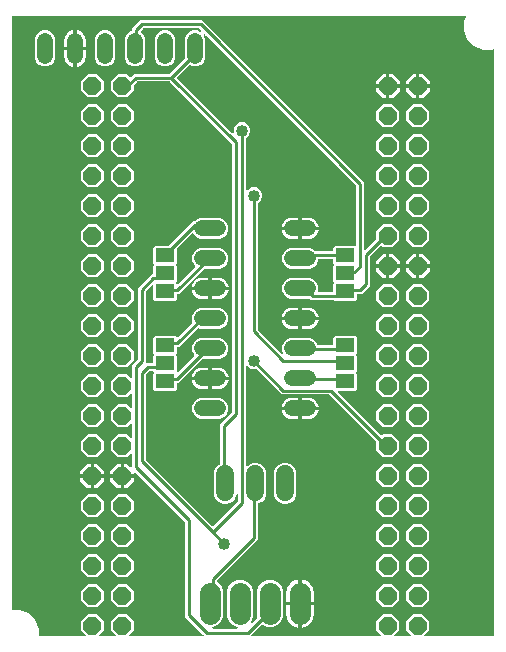
<source format=gbr>
G04 EAGLE Gerber RS-274X export*
G75*
%MOMM*%
%FSLAX34Y34*%
%LPD*%
%INBottom Copper*%
%IPPOS*%
%AMOC8*
5,1,8,0,0,1.08239X$1,22.5*%
G01*
%ADD10P,1.649562X8X292.500000*%
%ADD11C,1.320800*%
%ADD12R,1.600200X1.168400*%
%ADD13C,1.524000*%
%ADD14C,1.800000*%
%ADD15C,0.254000*%
%ADD16C,1.016000*%

G36*
X236971Y111772D02*
X236971Y111772D01*
X237043Y111774D01*
X237092Y111792D01*
X237143Y111800D01*
X237207Y111834D01*
X237274Y111859D01*
X237315Y111891D01*
X237361Y111916D01*
X237410Y111968D01*
X237466Y112012D01*
X237494Y112056D01*
X237530Y112094D01*
X237560Y112159D01*
X237599Y112219D01*
X237612Y112270D01*
X237634Y112317D01*
X237641Y112388D01*
X237659Y112458D01*
X237655Y112510D01*
X237661Y112561D01*
X237645Y112632D01*
X237640Y112703D01*
X237620Y112751D01*
X237608Y112802D01*
X237572Y112863D01*
X237544Y112929D01*
X237499Y112985D01*
X237482Y113013D01*
X237464Y113028D01*
X237439Y113060D01*
X233647Y116852D01*
X233647Y124848D01*
X239302Y130503D01*
X247298Y130503D01*
X252953Y124848D01*
X252953Y116852D01*
X249161Y113060D01*
X249119Y113002D01*
X249070Y112950D01*
X249048Y112903D01*
X249018Y112861D01*
X248997Y112792D01*
X248966Y112727D01*
X248961Y112675D01*
X248945Y112625D01*
X248947Y112554D01*
X248939Y112483D01*
X248950Y112432D01*
X248952Y112380D01*
X248976Y112312D01*
X248992Y112242D01*
X249018Y112197D01*
X249036Y112149D01*
X249081Y112093D01*
X249118Y112031D01*
X249157Y111997D01*
X249190Y111957D01*
X249250Y111918D01*
X249305Y111871D01*
X249353Y111852D01*
X249397Y111824D01*
X249466Y111806D01*
X249533Y111779D01*
X249604Y111771D01*
X249635Y111763D01*
X249659Y111765D01*
X249700Y111761D01*
X262300Y111761D01*
X262371Y111772D01*
X262443Y111774D01*
X262492Y111792D01*
X262543Y111800D01*
X262607Y111834D01*
X262674Y111859D01*
X262715Y111891D01*
X262761Y111916D01*
X262810Y111968D01*
X262866Y112012D01*
X262894Y112056D01*
X262930Y112094D01*
X262960Y112159D01*
X262999Y112219D01*
X263012Y112270D01*
X263034Y112317D01*
X263041Y112388D01*
X263059Y112458D01*
X263055Y112510D01*
X263061Y112561D01*
X263045Y112632D01*
X263040Y112703D01*
X263020Y112751D01*
X263008Y112802D01*
X262972Y112863D01*
X262944Y112929D01*
X262899Y112985D01*
X262882Y113013D01*
X262864Y113028D01*
X262839Y113060D01*
X259047Y116852D01*
X259047Y124848D01*
X264702Y130503D01*
X272698Y130503D01*
X278353Y124848D01*
X278353Y116852D01*
X274561Y113060D01*
X274519Y113002D01*
X274470Y112950D01*
X274448Y112903D01*
X274418Y112861D01*
X274397Y112792D01*
X274366Y112727D01*
X274361Y112675D01*
X274345Y112625D01*
X274347Y112554D01*
X274339Y112483D01*
X274350Y112432D01*
X274352Y112380D01*
X274376Y112312D01*
X274392Y112242D01*
X274418Y112197D01*
X274436Y112149D01*
X274481Y112093D01*
X274518Y112031D01*
X274557Y111997D01*
X274590Y111957D01*
X274650Y111918D01*
X274705Y111871D01*
X274753Y111852D01*
X274797Y111824D01*
X274866Y111806D01*
X274933Y111779D01*
X275004Y111771D01*
X275035Y111763D01*
X275059Y111765D01*
X275100Y111761D01*
X336731Y111761D01*
X336801Y111772D01*
X336873Y111774D01*
X336922Y111792D01*
X336973Y111800D01*
X337037Y111834D01*
X337104Y111859D01*
X337145Y111891D01*
X337191Y111916D01*
X337240Y111968D01*
X337296Y112012D01*
X337324Y112056D01*
X337360Y112094D01*
X337390Y112159D01*
X337429Y112219D01*
X337442Y112270D01*
X337464Y112317D01*
X337472Y112388D01*
X337489Y112458D01*
X337485Y112510D01*
X337491Y112561D01*
X337476Y112632D01*
X337470Y112703D01*
X337450Y112751D01*
X337439Y112802D01*
X337402Y112863D01*
X337374Y112929D01*
X337329Y112985D01*
X337312Y113013D01*
X337295Y113028D01*
X337269Y113060D01*
X336474Y113855D01*
X321697Y128632D01*
X321697Y208317D01*
X321683Y208407D01*
X321675Y208498D01*
X321663Y208527D01*
X321658Y208559D01*
X321615Y208640D01*
X321579Y208724D01*
X321553Y208756D01*
X321542Y208777D01*
X321519Y208799D01*
X321474Y208855D01*
X280160Y250169D01*
X280102Y250211D01*
X280050Y250260D01*
X280003Y250282D01*
X279961Y250313D01*
X279892Y250334D01*
X279827Y250364D01*
X279775Y250370D01*
X279725Y250385D01*
X279654Y250383D01*
X279583Y250391D01*
X279532Y250380D01*
X279480Y250379D01*
X279412Y250354D01*
X279342Y250339D01*
X279297Y250312D01*
X279249Y250294D01*
X279193Y250249D01*
X279131Y250212D01*
X279097Y250173D01*
X279057Y250140D01*
X279018Y250080D01*
X278971Y250026D01*
X278952Y249977D01*
X278924Y249933D01*
X278906Y249864D01*
X278879Y249797D01*
X278871Y249726D01*
X278863Y249695D01*
X278865Y249672D01*
X278861Y249631D01*
X278861Y249373D01*
X270223Y249373D01*
X270223Y258011D01*
X272909Y258011D01*
X275398Y255522D01*
X275456Y255480D01*
X275508Y255430D01*
X275555Y255409D01*
X275597Y255378D01*
X275666Y255357D01*
X275731Y255327D01*
X275783Y255321D01*
X275833Y255306D01*
X275904Y255308D01*
X275975Y255300D01*
X276026Y255311D01*
X276078Y255312D01*
X276146Y255337D01*
X276216Y255352D01*
X276261Y255379D01*
X276309Y255397D01*
X276365Y255441D01*
X276427Y255478D01*
X276461Y255518D01*
X276501Y255550D01*
X276540Y255611D01*
X276587Y255665D01*
X276606Y255713D01*
X276634Y255757D01*
X276652Y255827D01*
X276679Y255893D01*
X276687Y255965D01*
X276695Y255996D01*
X276693Y256019D01*
X276697Y256060D01*
X276697Y265758D01*
X276686Y265829D01*
X276684Y265901D01*
X276666Y265950D01*
X276658Y266001D01*
X276624Y266065D01*
X276599Y266132D01*
X276567Y266173D01*
X276542Y266219D01*
X276490Y266268D01*
X276446Y266324D01*
X276402Y266352D01*
X276364Y266388D01*
X276299Y266418D01*
X276239Y266457D01*
X276188Y266470D01*
X276141Y266492D01*
X276070Y266499D01*
X276000Y266517D01*
X275948Y266513D01*
X275897Y266519D01*
X275826Y266503D01*
X275755Y266498D01*
X275707Y266478D01*
X275656Y266466D01*
X275595Y266430D01*
X275529Y266402D01*
X275473Y266357D01*
X275445Y266340D01*
X275430Y266322D01*
X275398Y266297D01*
X272698Y263597D01*
X264702Y263597D01*
X259047Y269252D01*
X259047Y277248D01*
X264702Y282903D01*
X272698Y282903D01*
X275398Y280203D01*
X275456Y280161D01*
X275508Y280112D01*
X275555Y280090D01*
X275597Y280060D01*
X275666Y280039D01*
X275731Y280008D01*
X275783Y280003D01*
X275833Y279987D01*
X275904Y279989D01*
X275975Y279981D01*
X276026Y279992D01*
X276078Y279994D01*
X276146Y280018D01*
X276216Y280034D01*
X276261Y280060D01*
X276309Y280078D01*
X276365Y280123D01*
X276427Y280160D01*
X276461Y280199D01*
X276501Y280232D01*
X276540Y280292D01*
X276587Y280347D01*
X276606Y280395D01*
X276634Y280439D01*
X276652Y280508D01*
X276679Y280575D01*
X276687Y280646D01*
X276695Y280677D01*
X276693Y280701D01*
X276697Y280742D01*
X276697Y291158D01*
X276686Y291229D01*
X276684Y291301D01*
X276666Y291350D01*
X276658Y291401D01*
X276624Y291465D01*
X276599Y291532D01*
X276567Y291573D01*
X276542Y291619D01*
X276490Y291668D01*
X276446Y291724D01*
X276402Y291752D01*
X276364Y291788D01*
X276299Y291818D01*
X276239Y291857D01*
X276188Y291870D01*
X276141Y291892D01*
X276070Y291899D01*
X276000Y291917D01*
X275948Y291913D01*
X275897Y291919D01*
X275826Y291903D01*
X275755Y291898D01*
X275707Y291878D01*
X275656Y291866D01*
X275595Y291830D01*
X275529Y291802D01*
X275473Y291757D01*
X275445Y291740D01*
X275430Y291722D01*
X275398Y291697D01*
X272698Y288997D01*
X264702Y288997D01*
X259047Y294652D01*
X259047Y302648D01*
X264702Y308303D01*
X272698Y308303D01*
X275398Y305603D01*
X275456Y305561D01*
X275508Y305512D01*
X275555Y305490D01*
X275597Y305460D01*
X275666Y305439D01*
X275731Y305408D01*
X275783Y305403D01*
X275833Y305387D01*
X275904Y305389D01*
X275975Y305381D01*
X276026Y305392D01*
X276078Y305394D01*
X276146Y305418D01*
X276216Y305434D01*
X276261Y305460D01*
X276309Y305478D01*
X276365Y305523D01*
X276427Y305560D01*
X276461Y305599D01*
X276501Y305632D01*
X276540Y305692D01*
X276587Y305747D01*
X276606Y305795D01*
X276634Y305839D01*
X276652Y305908D01*
X276679Y305975D01*
X276687Y306046D01*
X276695Y306077D01*
X276693Y306101D01*
X276697Y306142D01*
X276697Y316558D01*
X276695Y316569D01*
X276696Y316576D01*
X276688Y316612D01*
X276686Y316629D01*
X276684Y316701D01*
X276666Y316750D01*
X276658Y316801D01*
X276624Y316865D01*
X276599Y316932D01*
X276567Y316973D01*
X276542Y317019D01*
X276490Y317068D01*
X276446Y317124D01*
X276402Y317152D01*
X276364Y317188D01*
X276299Y317218D01*
X276239Y317257D01*
X276188Y317270D01*
X276141Y317292D01*
X276070Y317299D01*
X276000Y317317D01*
X275948Y317313D01*
X275897Y317319D01*
X275826Y317303D01*
X275755Y317298D01*
X275707Y317278D01*
X275656Y317266D01*
X275595Y317230D01*
X275529Y317202D01*
X275473Y317157D01*
X275445Y317140D01*
X275430Y317122D01*
X275398Y317097D01*
X272698Y314397D01*
X264702Y314397D01*
X259047Y320052D01*
X259047Y328048D01*
X264702Y333703D01*
X272698Y333703D01*
X275398Y331003D01*
X275456Y330961D01*
X275508Y330912D01*
X275555Y330890D01*
X275597Y330860D01*
X275666Y330839D01*
X275731Y330808D01*
X275783Y330803D01*
X275833Y330787D01*
X275904Y330789D01*
X275975Y330781D01*
X276026Y330792D01*
X276078Y330794D01*
X276146Y330818D01*
X276216Y330834D01*
X276261Y330860D01*
X276309Y330878D01*
X276365Y330923D01*
X276427Y330960D01*
X276461Y330999D01*
X276501Y331032D01*
X276540Y331092D01*
X276587Y331147D01*
X276606Y331195D01*
X276634Y331239D01*
X276652Y331308D01*
X276679Y331375D01*
X276687Y331446D01*
X276695Y331477D01*
X276693Y331501D01*
X276697Y331542D01*
X276697Y341368D01*
X278855Y343526D01*
X281474Y346145D01*
X281527Y346219D01*
X281587Y346288D01*
X281599Y346319D01*
X281618Y346345D01*
X281645Y346432D01*
X281679Y346517D01*
X281683Y346558D01*
X281690Y346580D01*
X281689Y346612D01*
X281697Y346683D01*
X281697Y406368D01*
X293632Y418303D01*
X294005Y418303D01*
X294025Y418306D01*
X294044Y418304D01*
X294146Y418326D01*
X294248Y418342D01*
X294265Y418352D01*
X294285Y418356D01*
X294374Y418409D01*
X294465Y418458D01*
X294479Y418472D01*
X294496Y418482D01*
X294563Y418561D01*
X294635Y418636D01*
X294643Y418654D01*
X294656Y418669D01*
X294695Y418765D01*
X294738Y418859D01*
X294740Y418879D01*
X294748Y418897D01*
X294766Y419064D01*
X294766Y425784D01*
X295164Y426182D01*
X295176Y426198D01*
X295191Y426210D01*
X295247Y426297D01*
X295308Y426381D01*
X295313Y426400D01*
X295324Y426417D01*
X295349Y426518D01*
X295380Y426617D01*
X295379Y426636D01*
X295384Y426656D01*
X295376Y426759D01*
X295374Y426862D01*
X295367Y426881D01*
X295365Y426901D01*
X295325Y426996D01*
X295289Y427093D01*
X295277Y427109D01*
X295269Y427127D01*
X295164Y427258D01*
X294766Y427656D01*
X294766Y441024D01*
X295957Y442215D01*
X307229Y442215D01*
X307319Y442229D01*
X307410Y442237D01*
X307439Y442249D01*
X307471Y442254D01*
X307552Y442297D01*
X307636Y442333D01*
X307668Y442359D01*
X307689Y442370D01*
X307711Y442393D01*
X307767Y442438D01*
X328632Y463303D01*
X329869Y463303D01*
X329959Y463317D01*
X330050Y463325D01*
X330080Y463337D01*
X330112Y463342D01*
X330193Y463385D01*
X330277Y463421D01*
X330309Y463447D01*
X330329Y463458D01*
X330351Y463481D01*
X330408Y463526D01*
X331404Y464522D01*
X334578Y465837D01*
X351222Y465837D01*
X354396Y464522D01*
X356826Y462092D01*
X358141Y458918D01*
X358141Y455482D01*
X356826Y452308D01*
X354396Y449878D01*
X351222Y448563D01*
X334578Y448563D01*
X331404Y449878D01*
X328974Y452308D01*
X328826Y452666D01*
X328801Y452705D01*
X328786Y452748D01*
X328737Y452809D01*
X328696Y452875D01*
X328661Y452905D01*
X328632Y452940D01*
X328566Y452983D01*
X328507Y453032D01*
X328464Y453049D01*
X328425Y453073D01*
X328350Y453092D01*
X328277Y453120D01*
X328231Y453122D01*
X328187Y453133D01*
X328109Y453127D01*
X328031Y453131D01*
X327987Y453118D01*
X327941Y453114D01*
X327870Y453084D01*
X327795Y453062D01*
X327757Y453036D01*
X327715Y453018D01*
X327608Y452933D01*
X327593Y452922D01*
X327590Y452918D01*
X327584Y452913D01*
X315057Y440386D01*
X315013Y440325D01*
X314977Y440288D01*
X314971Y440274D01*
X314944Y440243D01*
X314932Y440212D01*
X314913Y440186D01*
X314886Y440099D01*
X314852Y440014D01*
X314848Y439973D01*
X314841Y439951D01*
X314842Y439919D01*
X314834Y439848D01*
X314834Y427656D01*
X314436Y427258D01*
X314424Y427242D01*
X314409Y427230D01*
X314353Y427142D01*
X314292Y427059D01*
X314287Y427040D01*
X314276Y427023D01*
X314251Y426922D01*
X314220Y426823D01*
X314221Y426804D01*
X314216Y426784D01*
X314224Y426681D01*
X314226Y426578D01*
X314233Y426559D01*
X314235Y426539D01*
X314275Y426444D01*
X314311Y426347D01*
X314323Y426331D01*
X314331Y426313D01*
X314436Y426182D01*
X314834Y425784D01*
X314834Y412416D01*
X314436Y412018D01*
X314424Y412002D01*
X314409Y411990D01*
X314353Y411902D01*
X314292Y411819D01*
X314287Y411800D01*
X314276Y411783D01*
X314251Y411682D01*
X314220Y411583D01*
X314221Y411564D01*
X314216Y411544D01*
X314224Y411441D01*
X314226Y411338D01*
X314233Y411319D01*
X314235Y411299D01*
X314275Y411204D01*
X314311Y411107D01*
X314323Y411091D01*
X314331Y411073D01*
X314436Y410942D01*
X314815Y410563D01*
X314831Y410551D01*
X314844Y410535D01*
X314931Y410479D01*
X315015Y410419D01*
X315034Y410413D01*
X315051Y410402D01*
X315151Y410377D01*
X315250Y410347D01*
X315270Y410347D01*
X315289Y410342D01*
X315392Y410350D01*
X315496Y410353D01*
X315515Y410360D01*
X315534Y410361D01*
X315629Y410402D01*
X315727Y410437D01*
X315743Y410450D01*
X315761Y410458D01*
X315892Y410563D01*
X330067Y424738D01*
X330079Y424754D01*
X330094Y424767D01*
X330151Y424854D01*
X330211Y424938D01*
X330217Y424957D01*
X330227Y424974D01*
X330253Y425074D01*
X330283Y425173D01*
X330283Y425193D01*
X330287Y425212D01*
X330279Y425315D01*
X330277Y425419D01*
X330270Y425437D01*
X330268Y425457D01*
X330228Y425552D01*
X330192Y425650D01*
X330180Y425665D01*
X330172Y425684D01*
X330067Y425815D01*
X328974Y426908D01*
X327659Y430082D01*
X327659Y433518D01*
X328974Y436692D01*
X331404Y439122D01*
X334578Y440437D01*
X351222Y440437D01*
X354396Y439122D01*
X356826Y436692D01*
X358141Y433518D01*
X358141Y430082D01*
X356826Y426908D01*
X354396Y424478D01*
X351222Y423163D01*
X338149Y423163D01*
X338059Y423149D01*
X337968Y423141D01*
X337939Y423129D01*
X337907Y423124D01*
X337826Y423081D01*
X337742Y423045D01*
X337710Y423019D01*
X337689Y423008D01*
X337667Y422985D01*
X337611Y422940D01*
X316368Y401697D01*
X315595Y401697D01*
X315575Y401694D01*
X315556Y401696D01*
X315454Y401674D01*
X315352Y401658D01*
X315335Y401648D01*
X315315Y401644D01*
X315226Y401591D01*
X315135Y401542D01*
X315121Y401528D01*
X315104Y401518D01*
X315037Y401439D01*
X314965Y401364D01*
X314957Y401346D01*
X314944Y401331D01*
X314905Y401235D01*
X314862Y401141D01*
X314860Y401121D01*
X314852Y401103D01*
X314834Y400936D01*
X314834Y397176D01*
X313643Y395985D01*
X295957Y395985D01*
X294766Y397176D01*
X294766Y408258D01*
X294755Y408328D01*
X294753Y408400D01*
X294735Y408449D01*
X294727Y408500D01*
X294693Y408564D01*
X294668Y408631D01*
X294636Y408672D01*
X294611Y408718D01*
X294559Y408767D01*
X294515Y408823D01*
X294471Y408851D01*
X294433Y408887D01*
X294368Y408917D01*
X294308Y408956D01*
X294257Y408969D01*
X294210Y408991D01*
X294139Y408999D01*
X294069Y409016D01*
X294017Y409012D01*
X293966Y409018D01*
X293895Y409003D01*
X293824Y408997D01*
X293776Y408977D01*
X293725Y408966D01*
X293664Y408929D01*
X293598Y408901D01*
X293542Y408856D01*
X293514Y408839D01*
X293499Y408822D01*
X293467Y408796D01*
X288526Y403855D01*
X288484Y403796D01*
X288437Y403748D01*
X288429Y403730D01*
X288413Y403712D01*
X288401Y403681D01*
X288382Y403655D01*
X288358Y403577D01*
X288334Y403524D01*
X288332Y403510D01*
X288321Y403483D01*
X288317Y403442D01*
X288310Y403420D01*
X288311Y403388D01*
X288303Y403317D01*
X288303Y344064D01*
X288306Y344044D01*
X288304Y344025D01*
X288326Y343923D01*
X288342Y343821D01*
X288352Y343804D01*
X288356Y343784D01*
X288409Y343695D01*
X288458Y343604D01*
X288472Y343590D01*
X288482Y343573D01*
X288561Y343506D01*
X288636Y343434D01*
X288654Y343426D01*
X288669Y343413D01*
X288765Y343374D01*
X288859Y343331D01*
X288879Y343329D01*
X288897Y343321D01*
X289064Y343303D01*
X294005Y343303D01*
X294025Y343306D01*
X294044Y343304D01*
X294146Y343326D01*
X294248Y343342D01*
X294265Y343352D01*
X294285Y343356D01*
X294374Y343409D01*
X294465Y343458D01*
X294479Y343472D01*
X294496Y343482D01*
X294563Y343561D01*
X294635Y343636D01*
X294643Y343654D01*
X294656Y343669D01*
X294695Y343765D01*
X294738Y343859D01*
X294740Y343879D01*
X294748Y343897D01*
X294766Y344064D01*
X294766Y349584D01*
X295164Y349982D01*
X295176Y349998D01*
X295191Y350010D01*
X295247Y350097D01*
X295308Y350181D01*
X295313Y350200D01*
X295324Y350217D01*
X295349Y350318D01*
X295380Y350417D01*
X295379Y350436D01*
X295384Y350456D01*
X295376Y350559D01*
X295374Y350662D01*
X295367Y350681D01*
X295365Y350701D01*
X295325Y350796D01*
X295289Y350893D01*
X295277Y350909D01*
X295269Y350927D01*
X295164Y351058D01*
X294766Y351456D01*
X294766Y364824D01*
X295957Y366015D01*
X313643Y366015D01*
X314455Y365203D01*
X314471Y365191D01*
X314484Y365175D01*
X314571Y365119D01*
X314655Y365059D01*
X314674Y365053D01*
X314691Y365042D01*
X314791Y365017D01*
X314890Y364987D01*
X314910Y364987D01*
X314929Y364982D01*
X315032Y364990D01*
X315136Y364993D01*
X315155Y365000D01*
X315174Y365001D01*
X315269Y365042D01*
X315367Y365077D01*
X315383Y365090D01*
X315401Y365098D01*
X315532Y365203D01*
X327871Y377542D01*
X327939Y377636D01*
X328009Y377731D01*
X328011Y377737D01*
X328015Y377742D01*
X328049Y377853D01*
X328085Y377965D01*
X328085Y377971D01*
X328087Y377977D01*
X328084Y378094D01*
X328083Y378211D01*
X328081Y378218D01*
X328081Y378223D01*
X328074Y378240D01*
X328036Y378372D01*
X327659Y379282D01*
X327659Y382718D01*
X328974Y385892D01*
X331404Y388322D01*
X334578Y389637D01*
X351222Y389637D01*
X354396Y388322D01*
X356826Y385892D01*
X358141Y382718D01*
X358141Y379282D01*
X356826Y376108D01*
X354396Y373678D01*
X351222Y372363D01*
X334578Y372363D01*
X333249Y372914D01*
X333135Y372940D01*
X333022Y372969D01*
X333016Y372968D01*
X333010Y372970D01*
X332893Y372959D01*
X332777Y372950D01*
X332771Y372947D01*
X332765Y372947D01*
X332657Y372899D01*
X332550Y372854D01*
X332545Y372849D01*
X332540Y372847D01*
X332526Y372834D01*
X332419Y372749D01*
X316368Y356697D01*
X315595Y356697D01*
X315575Y356694D01*
X315556Y356696D01*
X315454Y356674D01*
X315352Y356658D01*
X315335Y356648D01*
X315315Y356644D01*
X315226Y356591D01*
X315135Y356542D01*
X315121Y356528D01*
X315104Y356518D01*
X315037Y356439D01*
X314965Y356364D01*
X314957Y356346D01*
X314944Y356331D01*
X314905Y356235D01*
X314862Y356141D01*
X314860Y356121D01*
X314852Y356103D01*
X314834Y355936D01*
X314834Y351456D01*
X314436Y351058D01*
X314424Y351042D01*
X314409Y351030D01*
X314353Y350942D01*
X314292Y350859D01*
X314287Y350840D01*
X314276Y350823D01*
X314251Y350722D01*
X314220Y350623D01*
X314221Y350604D01*
X314216Y350584D01*
X314224Y350481D01*
X314226Y350378D01*
X314233Y350359D01*
X314235Y350339D01*
X314275Y350244D01*
X314311Y350147D01*
X314323Y350131D01*
X314331Y350113D01*
X314436Y349982D01*
X314834Y349584D01*
X314834Y336342D01*
X314845Y336272D01*
X314847Y336200D01*
X314865Y336151D01*
X314873Y336100D01*
X314907Y336036D01*
X314932Y335969D01*
X314964Y335928D01*
X314989Y335882D01*
X315040Y335833D01*
X315085Y335777D01*
X315129Y335749D01*
X315167Y335713D01*
X315232Y335683D01*
X315292Y335644D01*
X315343Y335631D01*
X315390Y335609D01*
X315461Y335601D01*
X315531Y335584D01*
X315583Y335588D01*
X315634Y335582D01*
X315705Y335597D01*
X315776Y335603D01*
X315824Y335623D01*
X315875Y335634D01*
X315936Y335671D01*
X316002Y335699D01*
X316058Y335744D01*
X316086Y335761D01*
X316101Y335778D01*
X316133Y335804D01*
X329467Y349138D01*
X329479Y349154D01*
X329494Y349167D01*
X329551Y349254D01*
X329611Y349338D01*
X329617Y349357D01*
X329627Y349374D01*
X329653Y349474D01*
X329683Y349573D01*
X329683Y349593D01*
X329687Y349612D01*
X329679Y349715D01*
X329677Y349819D01*
X329670Y349837D01*
X329668Y349857D01*
X329628Y349952D01*
X329592Y350050D01*
X329580Y350065D01*
X329572Y350084D01*
X329467Y350215D01*
X328974Y350708D01*
X327659Y353882D01*
X327659Y357318D01*
X328974Y360492D01*
X331404Y362922D01*
X334578Y364237D01*
X351222Y364237D01*
X354396Y362922D01*
X356826Y360492D01*
X358141Y357318D01*
X358141Y353882D01*
X356826Y350708D01*
X354396Y348278D01*
X351222Y346963D01*
X336949Y346963D01*
X336859Y346949D01*
X336768Y346941D01*
X336739Y346929D01*
X336707Y346924D01*
X336626Y346881D01*
X336542Y346845D01*
X336510Y346819D01*
X336489Y346808D01*
X336467Y346785D01*
X336411Y346740D01*
X316368Y326697D01*
X315595Y326697D01*
X315575Y326694D01*
X315556Y326696D01*
X315454Y326674D01*
X315352Y326658D01*
X315335Y326648D01*
X315315Y326644D01*
X315226Y326591D01*
X315135Y326542D01*
X315121Y326528D01*
X315104Y326518D01*
X315037Y326439D01*
X314965Y326364D01*
X314957Y326346D01*
X314944Y326331D01*
X314905Y326235D01*
X314862Y326141D01*
X314860Y326121D01*
X314852Y326103D01*
X314834Y325936D01*
X314834Y320976D01*
X313643Y319785D01*
X295957Y319785D01*
X294766Y320976D01*
X294766Y334344D01*
X295164Y334742D01*
X295176Y334758D01*
X295191Y334770D01*
X295247Y334857D01*
X295308Y334941D01*
X295313Y334960D01*
X295324Y334977D01*
X295349Y335078D01*
X295380Y335177D01*
X295379Y335196D01*
X295384Y335216D01*
X295376Y335319D01*
X295374Y335422D01*
X295367Y335441D01*
X295365Y335461D01*
X295325Y335556D01*
X295289Y335653D01*
X295277Y335669D01*
X295269Y335687D01*
X295164Y335818D01*
X294640Y336342D01*
X294611Y336396D01*
X294597Y336410D01*
X294587Y336427D01*
X294508Y336494D01*
X294433Y336566D01*
X294415Y336574D01*
X294400Y336587D01*
X294304Y336626D01*
X294210Y336669D01*
X294190Y336671D01*
X294172Y336679D01*
X294005Y336697D01*
X291683Y336697D01*
X291593Y336683D01*
X291502Y336675D01*
X291473Y336663D01*
X291441Y336658D01*
X291360Y336615D01*
X291276Y336579D01*
X291244Y336553D01*
X291223Y336542D01*
X291201Y336519D01*
X291145Y336474D01*
X288526Y333855D01*
X288473Y333781D01*
X288413Y333712D01*
X288401Y333681D01*
X288382Y333655D01*
X288355Y333568D01*
X288321Y333483D01*
X288317Y333442D01*
X288310Y333420D01*
X288311Y333388D01*
X288303Y333317D01*
X288303Y261683D01*
X288317Y261593D01*
X288325Y261502D01*
X288337Y261473D01*
X288342Y261441D01*
X288385Y261360D01*
X288421Y261276D01*
X288447Y261244D01*
X288458Y261223D01*
X288481Y261201D01*
X288526Y261145D01*
X344462Y205209D01*
X344478Y205197D01*
X344490Y205182D01*
X344578Y205126D01*
X344661Y205066D01*
X344680Y205060D01*
X344697Y205049D01*
X344798Y205024D01*
X344897Y204993D01*
X344916Y204994D01*
X344936Y204989D01*
X345039Y204997D01*
X345142Y205000D01*
X345161Y205006D01*
X345181Y205008D01*
X345276Y205048D01*
X345373Y205084D01*
X345389Y205096D01*
X345407Y205104D01*
X345538Y205209D01*
X366474Y226145D01*
X366527Y226219D01*
X366587Y226288D01*
X366599Y226319D01*
X366618Y226345D01*
X366645Y226432D01*
X366679Y226517D01*
X366683Y226558D01*
X366690Y226580D01*
X366689Y226612D01*
X366697Y226683D01*
X366697Y231420D01*
X366682Y231516D01*
X366672Y231613D01*
X366662Y231637D01*
X366658Y231663D01*
X366612Y231749D01*
X366572Y231838D01*
X366555Y231857D01*
X366542Y231880D01*
X366472Y231947D01*
X366406Y232019D01*
X366383Y232032D01*
X366364Y232050D01*
X366276Y232091D01*
X366190Y232138D01*
X366165Y232142D01*
X366141Y232153D01*
X366044Y232164D01*
X365948Y232181D01*
X365922Y232178D01*
X365897Y232181D01*
X365801Y232160D01*
X365705Y232146D01*
X365682Y232134D01*
X365656Y232128D01*
X365573Y232078D01*
X365486Y232034D01*
X365467Y232015D01*
X365445Y232002D01*
X365382Y231928D01*
X365314Y231859D01*
X365298Y231830D01*
X365285Y231815D01*
X365273Y231785D01*
X365233Y231712D01*
X363783Y228212D01*
X361068Y225497D01*
X357520Y224027D01*
X353680Y224027D01*
X350132Y225497D01*
X347417Y228212D01*
X345947Y231760D01*
X345947Y250840D01*
X347417Y254388D01*
X350132Y257103D01*
X351227Y257557D01*
X351327Y257619D01*
X351427Y257678D01*
X351431Y257683D01*
X351436Y257686D01*
X351511Y257777D01*
X351587Y257865D01*
X351589Y257871D01*
X351593Y257876D01*
X351635Y257984D01*
X351679Y258093D01*
X351680Y258101D01*
X351681Y258106D01*
X351682Y258124D01*
X351697Y258260D01*
X351697Y291368D01*
X361474Y301145D01*
X361527Y301219D01*
X361587Y301288D01*
X361599Y301319D01*
X361618Y301345D01*
X361645Y301432D01*
X361679Y301517D01*
X361683Y301558D01*
X361690Y301580D01*
X361689Y301612D01*
X361697Y301683D01*
X361697Y528317D01*
X361683Y528407D01*
X361675Y528498D01*
X361663Y528527D01*
X361658Y528559D01*
X361615Y528640D01*
X361579Y528724D01*
X361553Y528756D01*
X361542Y528777D01*
X361519Y528799D01*
X361474Y528855D01*
X308855Y581474D01*
X308781Y581527D01*
X308712Y581587D01*
X308681Y581599D01*
X308655Y581618D01*
X308568Y581645D01*
X308483Y581679D01*
X308442Y581683D01*
X308420Y581690D01*
X308388Y581689D01*
X308317Y581697D01*
X281683Y581697D01*
X281593Y581683D01*
X281502Y581675D01*
X281473Y581663D01*
X281441Y581658D01*
X281360Y581615D01*
X281276Y581579D01*
X281244Y581553D01*
X281223Y581542D01*
X281201Y581519D01*
X281145Y581474D01*
X278576Y578905D01*
X278528Y578838D01*
X278525Y578835D01*
X278524Y578832D01*
X278523Y578831D01*
X278463Y578762D01*
X278451Y578731D01*
X278432Y578705D01*
X278405Y578618D01*
X278371Y578533D01*
X278367Y578492D01*
X278360Y578470D01*
X278361Y578438D01*
X278353Y578367D01*
X278353Y574052D01*
X272698Y568397D01*
X264702Y568397D01*
X259047Y574052D01*
X259047Y582048D01*
X264702Y587703D01*
X272698Y587703D01*
X274827Y585574D01*
X274843Y585563D01*
X274855Y585547D01*
X274943Y585491D01*
X275027Y585431D01*
X275046Y585425D01*
X275062Y585414D01*
X275163Y585389D01*
X275262Y585358D01*
X275282Y585359D01*
X275301Y585354D01*
X275404Y585362D01*
X275508Y585365D01*
X275526Y585372D01*
X275546Y585373D01*
X275641Y585413D01*
X275739Y585449D01*
X275754Y585462D01*
X275772Y585469D01*
X275903Y585574D01*
X278632Y588303D01*
X308317Y588303D01*
X308407Y588317D01*
X308498Y588325D01*
X308527Y588337D01*
X308559Y588342D01*
X308640Y588385D01*
X308724Y588421D01*
X308756Y588447D01*
X308777Y588458D01*
X308799Y588481D01*
X308855Y588526D01*
X321340Y601011D01*
X321393Y601085D01*
X321453Y601154D01*
X321465Y601185D01*
X321484Y601211D01*
X321511Y601298D01*
X321545Y601383D01*
X321549Y601424D01*
X321556Y601446D01*
X321555Y601478D01*
X321563Y601549D01*
X321563Y617922D01*
X322878Y621096D01*
X325308Y623526D01*
X328482Y624841D01*
X331918Y624841D01*
X334478Y623780D01*
X334572Y623758D01*
X334665Y623730D01*
X334692Y623730D01*
X334717Y623724D01*
X334814Y623733D01*
X334911Y623736D01*
X334936Y623745D01*
X334962Y623747D01*
X335051Y623787D01*
X335142Y623820D01*
X335163Y623837D01*
X335187Y623847D01*
X335258Y623913D01*
X335334Y623974D01*
X335348Y623996D01*
X335368Y624014D01*
X335415Y624099D01*
X335467Y624181D01*
X335474Y624206D01*
X335486Y624229D01*
X335504Y624325D01*
X335527Y624420D01*
X335525Y624446D01*
X335530Y624471D01*
X335516Y624568D01*
X335508Y624665D01*
X335498Y624689D01*
X335494Y624715D01*
X335450Y624802D01*
X335412Y624891D01*
X335392Y624917D01*
X335383Y624934D01*
X335359Y624957D01*
X335307Y625022D01*
X333855Y626474D01*
X333781Y626527D01*
X333712Y626587D01*
X333681Y626599D01*
X333655Y626618D01*
X333568Y626645D01*
X333483Y626679D01*
X333442Y626683D01*
X333420Y626690D01*
X333388Y626689D01*
X333317Y626697D01*
X286683Y626697D01*
X286593Y626683D01*
X286502Y626675D01*
X286473Y626663D01*
X286441Y626658D01*
X286360Y626615D01*
X286276Y626579D01*
X286244Y626553D01*
X286223Y626542D01*
X286201Y626519D01*
X286145Y626474D01*
X284283Y624612D01*
X284271Y624596D01*
X284256Y624583D01*
X284227Y624538D01*
X284200Y624510D01*
X284182Y624472D01*
X284139Y624412D01*
X284133Y624393D01*
X284123Y624376D01*
X284105Y624305D01*
X284096Y624287D01*
X284094Y624264D01*
X284067Y624177D01*
X284067Y624157D01*
X284063Y624138D01*
X284070Y624047D01*
X284069Y624042D01*
X284070Y624036D01*
X284071Y624035D01*
X284073Y623931D01*
X284080Y623912D01*
X284082Y623893D01*
X284122Y623798D01*
X284158Y623700D01*
X284170Y623685D01*
X284178Y623666D01*
X284283Y623535D01*
X286722Y621096D01*
X288037Y617922D01*
X288037Y601278D01*
X286722Y598104D01*
X284292Y595674D01*
X281118Y594359D01*
X277682Y594359D01*
X274508Y595674D01*
X272078Y598104D01*
X270763Y601278D01*
X270763Y617922D01*
X272078Y621096D01*
X274508Y623526D01*
X276227Y624238D01*
X276327Y624300D01*
X276427Y624360D01*
X276431Y624364D01*
X276436Y624368D01*
X276511Y624458D01*
X276587Y624547D01*
X276589Y624552D01*
X276593Y624557D01*
X276635Y624666D01*
X276679Y624775D01*
X276680Y624782D01*
X276681Y624787D01*
X276682Y624805D01*
X276697Y624941D01*
X276697Y626368D01*
X283632Y633303D01*
X336368Y633303D01*
X473303Y496368D01*
X473303Y439811D01*
X473314Y439741D01*
X473316Y439669D01*
X473334Y439620D01*
X473342Y439569D01*
X473376Y439505D01*
X473401Y439438D01*
X473433Y439397D01*
X473458Y439351D01*
X473510Y439302D01*
X473554Y439246D01*
X473598Y439218D01*
X473636Y439182D01*
X473701Y439152D01*
X473761Y439113D01*
X473812Y439100D01*
X473859Y439078D01*
X473930Y439070D01*
X474000Y439053D01*
X474052Y439057D01*
X474103Y439051D01*
X474174Y439066D01*
X474245Y439072D01*
X474293Y439092D01*
X474344Y439103D01*
X474405Y439140D01*
X474471Y439168D01*
X474527Y439213D01*
X474555Y439230D01*
X474570Y439247D01*
X474602Y439273D01*
X483424Y448095D01*
X483477Y448169D01*
X483537Y448238D01*
X483549Y448269D01*
X483568Y448295D01*
X483595Y448382D01*
X483629Y448467D01*
X483633Y448508D01*
X483640Y448530D01*
X483639Y448562D01*
X483647Y448633D01*
X483647Y455048D01*
X489302Y460703D01*
X497298Y460703D01*
X502953Y455048D01*
X502953Y447052D01*
X497298Y441397D01*
X489302Y441397D01*
X488223Y442476D01*
X488207Y442487D01*
X488195Y442503D01*
X488107Y442559D01*
X488023Y442619D01*
X488004Y442625D01*
X487988Y442636D01*
X487887Y442661D01*
X487788Y442692D01*
X487768Y442691D01*
X487749Y442696D01*
X487646Y442688D01*
X487542Y442685D01*
X487524Y442678D01*
X487504Y442677D01*
X487409Y442637D01*
X487311Y442601D01*
X487296Y442588D01*
X487278Y442581D01*
X487147Y442476D01*
X478526Y433855D01*
X478473Y433781D01*
X478413Y433712D01*
X478401Y433681D01*
X478382Y433655D01*
X478355Y433568D01*
X478321Y433483D01*
X478317Y433442D01*
X478310Y433420D01*
X478311Y433388D01*
X478303Y433317D01*
X478303Y408632D01*
X471368Y401697D01*
X467995Y401697D01*
X467975Y401694D01*
X467956Y401696D01*
X467854Y401674D01*
X467752Y401658D01*
X467735Y401648D01*
X467715Y401644D01*
X467626Y401591D01*
X467535Y401542D01*
X467521Y401528D01*
X467504Y401518D01*
X467437Y401439D01*
X467365Y401364D01*
X467357Y401346D01*
X467344Y401331D01*
X467305Y401235D01*
X467262Y401141D01*
X467260Y401121D01*
X467252Y401103D01*
X467234Y400936D01*
X467234Y397176D01*
X466043Y395985D01*
X448357Y395985D01*
X447868Y396474D01*
X447794Y396527D01*
X447725Y396587D01*
X447694Y396599D01*
X447668Y396618D01*
X447581Y396645D01*
X447496Y396679D01*
X447455Y396683D01*
X447433Y396690D01*
X447401Y396689D01*
X447330Y396697D01*
X428632Y396697D01*
X427789Y397540D01*
X427715Y397593D01*
X427646Y397653D01*
X427615Y397665D01*
X427589Y397684D01*
X427502Y397711D01*
X427417Y397745D01*
X427376Y397749D01*
X427354Y397756D01*
X427322Y397755D01*
X427251Y397763D01*
X410778Y397763D01*
X407604Y399078D01*
X405174Y401508D01*
X403859Y404682D01*
X403859Y408118D01*
X405174Y411292D01*
X407604Y413722D01*
X410778Y415037D01*
X427422Y415037D01*
X430596Y413722D01*
X433026Y411292D01*
X434341Y408118D01*
X434341Y404682D01*
X434205Y404355D01*
X434196Y404314D01*
X434182Y404286D01*
X434182Y404283D01*
X434176Y404269D01*
X434167Y404192D01*
X434149Y404116D01*
X434154Y404070D01*
X434148Y404025D01*
X434165Y403948D01*
X434172Y403871D01*
X434191Y403829D01*
X434201Y403784D01*
X434241Y403717D01*
X434272Y403646D01*
X434303Y403612D01*
X434327Y403573D01*
X434386Y403522D01*
X434439Y403465D01*
X434479Y403443D01*
X434514Y403413D01*
X434586Y403384D01*
X434654Y403347D01*
X434699Y403338D01*
X434742Y403321D01*
X434878Y403306D01*
X434896Y403303D01*
X434901Y403304D01*
X434909Y403303D01*
X446405Y403303D01*
X446425Y403306D01*
X446444Y403304D01*
X446546Y403326D01*
X446648Y403342D01*
X446665Y403352D01*
X446685Y403356D01*
X446774Y403409D01*
X446865Y403458D01*
X446879Y403472D01*
X446896Y403482D01*
X446963Y403561D01*
X447035Y403636D01*
X447043Y403654D01*
X447056Y403669D01*
X447095Y403765D01*
X447138Y403859D01*
X447140Y403879D01*
X447148Y403897D01*
X447166Y404064D01*
X447166Y410544D01*
X447564Y410942D01*
X447576Y410958D01*
X447591Y410970D01*
X447647Y411057D01*
X447708Y411141D01*
X447713Y411160D01*
X447724Y411177D01*
X447749Y411278D01*
X447780Y411377D01*
X447779Y411396D01*
X447784Y411416D01*
X447776Y411519D01*
X447774Y411622D01*
X447767Y411641D01*
X447765Y411661D01*
X447725Y411756D01*
X447689Y411853D01*
X447677Y411869D01*
X447669Y411887D01*
X447564Y412018D01*
X447166Y412416D01*
X447166Y425784D01*
X447564Y426182D01*
X447576Y426198D01*
X447591Y426210D01*
X447647Y426297D01*
X447708Y426381D01*
X447713Y426400D01*
X447724Y426417D01*
X447749Y426518D01*
X447780Y426617D01*
X447779Y426636D01*
X447784Y426656D01*
X447776Y426759D01*
X447774Y426862D01*
X447767Y426881D01*
X447765Y426901D01*
X447725Y426996D01*
X447689Y427093D01*
X447677Y427109D01*
X447669Y427127D01*
X447564Y427258D01*
X447166Y427656D01*
X447166Y430936D01*
X447163Y430956D01*
X447165Y430975D01*
X447143Y431077D01*
X447127Y431179D01*
X447117Y431196D01*
X447113Y431216D01*
X447060Y431305D01*
X447011Y431396D01*
X446997Y431410D01*
X446987Y431427D01*
X446908Y431494D01*
X446833Y431566D01*
X446815Y431574D01*
X446800Y431587D01*
X446704Y431626D01*
X446610Y431669D01*
X446590Y431671D01*
X446572Y431679D01*
X446405Y431697D01*
X435102Y431697D01*
X435082Y431694D01*
X435063Y431696D01*
X434961Y431674D01*
X434859Y431658D01*
X434842Y431648D01*
X434822Y431644D01*
X434733Y431591D01*
X434642Y431542D01*
X434628Y431528D01*
X434611Y431518D01*
X434544Y431439D01*
X434472Y431364D01*
X434464Y431346D01*
X434451Y431331D01*
X434412Y431235D01*
X434369Y431141D01*
X434367Y431121D01*
X434359Y431103D01*
X434341Y430936D01*
X434341Y430082D01*
X433026Y426908D01*
X430596Y424478D01*
X427422Y423163D01*
X410778Y423163D01*
X407604Y424478D01*
X405174Y426908D01*
X403859Y430082D01*
X403859Y433518D01*
X405174Y436692D01*
X407604Y439122D01*
X410778Y440437D01*
X427422Y440437D01*
X430596Y439122D01*
X431193Y438526D01*
X431266Y438473D01*
X431336Y438413D01*
X431366Y438401D01*
X431392Y438382D01*
X431479Y438355D01*
X431564Y438321D01*
X431605Y438317D01*
X431627Y438310D01*
X431660Y438311D01*
X431731Y438303D01*
X446405Y438303D01*
X446425Y438306D01*
X446444Y438304D01*
X446546Y438326D01*
X446648Y438342D01*
X446665Y438352D01*
X446685Y438356D01*
X446774Y438409D01*
X446865Y438458D01*
X446879Y438472D01*
X446896Y438482D01*
X446963Y438561D01*
X447035Y438636D01*
X447043Y438654D01*
X447056Y438669D01*
X447095Y438765D01*
X447138Y438859D01*
X447140Y438879D01*
X447148Y438897D01*
X447166Y439064D01*
X447166Y441024D01*
X448357Y442215D01*
X465936Y442215D01*
X465956Y442218D01*
X465975Y442216D01*
X466077Y442238D01*
X466179Y442254D01*
X466196Y442264D01*
X466216Y442268D01*
X466305Y442321D01*
X466396Y442370D01*
X466410Y442384D01*
X466427Y442394D01*
X466494Y442473D01*
X466566Y442548D01*
X466574Y442566D01*
X466587Y442581D01*
X466626Y442677D01*
X466669Y442771D01*
X466671Y442791D01*
X466679Y442809D01*
X466697Y442976D01*
X466697Y493317D01*
X466683Y493407D01*
X466675Y493498D01*
X466663Y493527D01*
X466658Y493559D01*
X466615Y493640D01*
X466579Y493724D01*
X466553Y493756D01*
X466542Y493777D01*
X466519Y493799D01*
X466474Y493855D01*
X339018Y621311D01*
X338939Y621368D01*
X338864Y621430D01*
X338840Y621439D01*
X338818Y621455D01*
X338725Y621483D01*
X338634Y621518D01*
X338608Y621519D01*
X338583Y621527D01*
X338486Y621525D01*
X338389Y621529D01*
X338364Y621521D01*
X338337Y621521D01*
X338246Y621487D01*
X338152Y621460D01*
X338131Y621445D01*
X338106Y621436D01*
X338030Y621375D01*
X337950Y621320D01*
X337935Y621299D01*
X337914Y621283D01*
X337862Y621200D01*
X337804Y621122D01*
X337795Y621098D01*
X337781Y621076D01*
X337758Y620981D01*
X337727Y620889D01*
X337728Y620862D01*
X337721Y620837D01*
X337729Y620740D01*
X337730Y620643D01*
X337739Y620611D01*
X337740Y620592D01*
X337753Y620562D01*
X337776Y620482D01*
X338837Y617922D01*
X338837Y601278D01*
X337522Y598104D01*
X335092Y595674D01*
X331918Y594359D01*
X328482Y594359D01*
X325804Y595469D01*
X325690Y595495D01*
X325577Y595524D01*
X325571Y595523D01*
X325564Y595525D01*
X325448Y595514D01*
X325332Y595505D01*
X325326Y595502D01*
X325320Y595502D01*
X325212Y595454D01*
X325105Y595408D01*
X325099Y595404D01*
X325095Y595402D01*
X325081Y595389D01*
X324974Y595304D01*
X315209Y585538D01*
X315197Y585522D01*
X315182Y585510D01*
X315126Y585422D01*
X315066Y585339D01*
X315060Y585320D01*
X315049Y585303D01*
X315024Y585202D01*
X314993Y585103D01*
X314994Y585084D01*
X314989Y585064D01*
X314997Y584961D01*
X315000Y584858D01*
X315006Y584839D01*
X315008Y584819D01*
X315048Y584724D01*
X315084Y584627D01*
X315096Y584611D01*
X315104Y584593D01*
X315209Y584462D01*
X361588Y538083D01*
X361646Y538041D01*
X361698Y537992D01*
X361745Y537970D01*
X361787Y537939D01*
X361856Y537918D01*
X361921Y537888D01*
X361973Y537882D01*
X362023Y537867D01*
X362094Y537869D01*
X362165Y537861D01*
X362216Y537872D01*
X362268Y537873D01*
X362336Y537898D01*
X362406Y537913D01*
X362451Y537940D01*
X362499Y537958D01*
X362555Y538003D01*
X362617Y538040D01*
X362651Y538079D01*
X362691Y538112D01*
X362730Y538172D01*
X362777Y538226D01*
X362796Y538275D01*
X362824Y538319D01*
X362842Y538388D01*
X362869Y538455D01*
X362877Y538526D01*
X362885Y538557D01*
X362883Y538580D01*
X362887Y538621D01*
X362887Y541415D01*
X363970Y544029D01*
X365971Y546030D01*
X368585Y547113D01*
X371415Y547113D01*
X374029Y546030D01*
X376030Y544029D01*
X377113Y541415D01*
X377113Y538585D01*
X376030Y535971D01*
X374029Y533970D01*
X373773Y533864D01*
X373674Y533803D01*
X373573Y533742D01*
X373569Y533738D01*
X373564Y533734D01*
X373490Y533645D01*
X373413Y533556D01*
X373411Y533550D01*
X373407Y533545D01*
X373365Y533437D01*
X373321Y533327D01*
X373320Y533320D01*
X373319Y533315D01*
X373318Y533297D01*
X373303Y533161D01*
X373303Y490199D01*
X373314Y490129D01*
X373316Y490057D01*
X373334Y490008D01*
X373342Y489957D01*
X373376Y489893D01*
X373401Y489826D01*
X373433Y489785D01*
X373458Y489739D01*
X373510Y489690D01*
X373554Y489634D01*
X373598Y489606D01*
X373636Y489570D01*
X373701Y489540D01*
X373761Y489501D01*
X373812Y489488D01*
X373859Y489466D01*
X373930Y489458D01*
X374000Y489441D01*
X374052Y489445D01*
X374103Y489439D01*
X374174Y489454D01*
X374245Y489460D01*
X374293Y489480D01*
X374344Y489491D01*
X374405Y489528D01*
X374471Y489556D01*
X374527Y489601D01*
X374555Y489618D01*
X374570Y489635D01*
X374602Y489661D01*
X375971Y491030D01*
X378585Y492113D01*
X381415Y492113D01*
X384029Y491030D01*
X386030Y489029D01*
X387113Y486415D01*
X387113Y483585D01*
X386030Y480971D01*
X384029Y478970D01*
X383773Y478864D01*
X383674Y478803D01*
X383573Y478742D01*
X383569Y478738D01*
X383564Y478734D01*
X383490Y478645D01*
X383413Y478556D01*
X383411Y478550D01*
X383407Y478545D01*
X383365Y478437D01*
X383321Y478327D01*
X383320Y478320D01*
X383319Y478315D01*
X383318Y478297D01*
X383303Y478161D01*
X383303Y371683D01*
X383317Y371593D01*
X383325Y371502D01*
X383337Y371473D01*
X383342Y371441D01*
X383385Y371360D01*
X383421Y371276D01*
X383447Y371244D01*
X383458Y371223D01*
X383481Y371201D01*
X383526Y371145D01*
X403324Y351346D01*
X403403Y351290D01*
X403478Y351228D01*
X403503Y351218D01*
X403524Y351203D01*
X403617Y351174D01*
X403708Y351139D01*
X403734Y351138D01*
X403759Y351131D01*
X403857Y351133D01*
X403954Y351129D01*
X403979Y351136D01*
X404005Y351137D01*
X404097Y351170D01*
X404190Y351197D01*
X404211Y351212D01*
X404236Y351221D01*
X404312Y351282D01*
X404392Y351338D01*
X404408Y351359D01*
X404428Y351375D01*
X404481Y351457D01*
X404539Y351535D01*
X404547Y351560D01*
X404561Y351582D01*
X404585Y351676D01*
X404615Y351769D01*
X404615Y351795D01*
X404621Y351820D01*
X404614Y351917D01*
X404613Y352015D01*
X404604Y352046D01*
X404602Y352066D01*
X404589Y352096D01*
X404566Y352176D01*
X403859Y353882D01*
X403859Y357318D01*
X405174Y360492D01*
X407604Y362922D01*
X410778Y364237D01*
X427422Y364237D01*
X430596Y362922D01*
X433026Y360492D01*
X433738Y358773D01*
X433800Y358673D01*
X433860Y358573D01*
X433864Y358569D01*
X433868Y358564D01*
X433958Y358489D01*
X434047Y358413D01*
X434052Y358411D01*
X434057Y358407D01*
X434166Y358365D01*
X434275Y358321D01*
X434282Y358320D01*
X434287Y358319D01*
X434305Y358318D01*
X434441Y358303D01*
X446405Y358303D01*
X446425Y358306D01*
X446444Y358304D01*
X446546Y358326D01*
X446648Y358342D01*
X446665Y358352D01*
X446685Y358356D01*
X446774Y358409D01*
X446865Y358458D01*
X446879Y358472D01*
X446896Y358482D01*
X446963Y358561D01*
X447035Y358636D01*
X447043Y358654D01*
X447056Y358669D01*
X447095Y358765D01*
X447138Y358859D01*
X447140Y358879D01*
X447148Y358897D01*
X447166Y359064D01*
X447166Y364824D01*
X448357Y366015D01*
X466043Y366015D01*
X467234Y364824D01*
X467234Y351456D01*
X466836Y351058D01*
X466824Y351042D01*
X466809Y351030D01*
X466753Y350942D01*
X466692Y350859D01*
X466687Y350840D01*
X466676Y350823D01*
X466651Y350722D01*
X466620Y350623D01*
X466621Y350604D01*
X466616Y350584D01*
X466624Y350481D01*
X466626Y350378D01*
X466633Y350359D01*
X466635Y350339D01*
X466675Y350244D01*
X466711Y350147D01*
X466723Y350131D01*
X466731Y350113D01*
X466836Y349982D01*
X467234Y349584D01*
X467234Y336216D01*
X466836Y335818D01*
X466824Y335802D01*
X466809Y335790D01*
X466753Y335702D01*
X466692Y335619D01*
X466687Y335600D01*
X466676Y335583D01*
X466651Y335482D01*
X466620Y335383D01*
X466621Y335364D01*
X466616Y335344D01*
X466624Y335241D01*
X466626Y335138D01*
X466633Y335119D01*
X466635Y335099D01*
X466675Y335004D01*
X466711Y334907D01*
X466723Y334891D01*
X466731Y334873D01*
X466836Y334742D01*
X467234Y334344D01*
X467234Y320976D01*
X466043Y319785D01*
X451723Y319785D01*
X451653Y319774D01*
X451581Y319772D01*
X451532Y319754D01*
X451481Y319746D01*
X451417Y319712D01*
X451350Y319687D01*
X451309Y319655D01*
X451263Y319630D01*
X451214Y319579D01*
X451158Y319534D01*
X451130Y319490D01*
X451094Y319452D01*
X451064Y319387D01*
X451025Y319327D01*
X451012Y319276D01*
X450990Y319229D01*
X450982Y319158D01*
X450965Y319088D01*
X450969Y319036D01*
X450963Y318985D01*
X450978Y318914D01*
X450984Y318843D01*
X451004Y318795D01*
X451015Y318744D01*
X451052Y318683D01*
X451080Y318617D01*
X451125Y318561D01*
X451142Y318533D01*
X451159Y318518D01*
X451185Y318486D01*
X487497Y282174D01*
X487513Y282163D01*
X487525Y282147D01*
X487613Y282091D01*
X487696Y282031D01*
X487715Y282025D01*
X487732Y282014D01*
X487833Y281989D01*
X487931Y281958D01*
X487951Y281959D01*
X487971Y281954D01*
X488074Y281962D01*
X488177Y281965D01*
X488196Y281972D01*
X488216Y281973D01*
X488311Y282013D01*
X488408Y282049D01*
X488424Y282062D01*
X488442Y282069D01*
X488573Y282174D01*
X489302Y282903D01*
X497298Y282903D01*
X502953Y277248D01*
X502953Y269252D01*
X497298Y263597D01*
X489302Y263597D01*
X483647Y269252D01*
X483647Y276367D01*
X483633Y276457D01*
X483625Y276548D01*
X483613Y276577D01*
X483608Y276609D01*
X483565Y276690D01*
X483529Y276774D01*
X483503Y276806D01*
X483492Y276827D01*
X483469Y276849D01*
X483424Y276905D01*
X443855Y316474D01*
X443781Y316527D01*
X443712Y316587D01*
X443681Y316599D01*
X443655Y316618D01*
X443568Y316645D01*
X443483Y316679D01*
X443442Y316683D01*
X443420Y316690D01*
X443388Y316689D01*
X443317Y316697D01*
X403632Y316697D01*
X382501Y337828D01*
X382406Y337897D01*
X382312Y337966D01*
X382306Y337968D01*
X382301Y337972D01*
X382190Y338006D01*
X382078Y338043D01*
X382072Y338043D01*
X382066Y338044D01*
X381949Y338041D01*
X381832Y338040D01*
X381825Y338038D01*
X381820Y338038D01*
X381803Y338032D01*
X381671Y337993D01*
X381415Y337887D01*
X378585Y337887D01*
X375971Y338970D01*
X374602Y340339D01*
X374544Y340381D01*
X374492Y340430D01*
X374445Y340452D01*
X374403Y340482D01*
X374334Y340503D01*
X374269Y340534D01*
X374217Y340539D01*
X374167Y340555D01*
X374096Y340553D01*
X374025Y340561D01*
X373974Y340550D01*
X373922Y340548D01*
X373854Y340524D01*
X373784Y340509D01*
X373739Y340482D01*
X373691Y340464D01*
X373635Y340419D01*
X373573Y340382D01*
X373539Y340343D01*
X373499Y340310D01*
X373460Y340250D01*
X373413Y340195D01*
X373394Y340147D01*
X373366Y340103D01*
X373348Y340034D01*
X373321Y339967D01*
X373313Y339896D01*
X373305Y339865D01*
X373307Y339841D01*
X373303Y339801D01*
X373303Y256712D01*
X373314Y256641D01*
X373316Y256569D01*
X373334Y256520D01*
X373342Y256469D01*
X373376Y256405D01*
X373401Y256338D01*
X373433Y256297D01*
X373458Y256251D01*
X373510Y256202D01*
X373554Y256146D01*
X373598Y256118D01*
X373636Y256082D01*
X373701Y256052D01*
X373761Y256013D01*
X373812Y256000D01*
X373859Y255978D01*
X373930Y255971D01*
X374000Y255953D01*
X374052Y255957D01*
X374103Y255951D01*
X374174Y255967D01*
X374245Y255972D01*
X374293Y255992D01*
X374344Y256004D01*
X374405Y256040D01*
X374471Y256068D01*
X374527Y256113D01*
X374555Y256130D01*
X374570Y256148D01*
X374602Y256173D01*
X375532Y257103D01*
X379080Y258573D01*
X382920Y258573D01*
X386468Y257103D01*
X389183Y254388D01*
X390653Y250840D01*
X390653Y231760D01*
X389183Y228212D01*
X386468Y225497D01*
X383773Y224380D01*
X383673Y224319D01*
X383573Y224259D01*
X383569Y224254D01*
X383564Y224251D01*
X383489Y224161D01*
X383413Y224072D01*
X383411Y224066D01*
X383407Y224061D01*
X383365Y223953D01*
X383336Y223880D01*
X383331Y223869D01*
X383331Y223867D01*
X383321Y223844D01*
X383320Y223836D01*
X383319Y223832D01*
X383318Y223813D01*
X383303Y223677D01*
X383303Y193632D01*
X348947Y159276D01*
X348920Y159239D01*
X348886Y159208D01*
X348849Y159140D01*
X348803Y159077D01*
X348790Y159033D01*
X348768Y158992D01*
X348754Y158916D01*
X348731Y158841D01*
X348732Y158796D01*
X348724Y158750D01*
X348735Y158673D01*
X348737Y158596D01*
X348753Y158552D01*
X348760Y158507D01*
X348795Y158438D01*
X348822Y158365D01*
X348851Y158329D01*
X348871Y158288D01*
X348927Y158233D01*
X348976Y158173D01*
X349014Y158148D01*
X349047Y158116D01*
X349136Y158066D01*
X352253Y154950D01*
X353933Y150895D01*
X353933Y128505D01*
X352253Y124450D01*
X349150Y121347D01*
X345336Y119767D01*
X345253Y119716D01*
X345167Y119670D01*
X345149Y119651D01*
X345127Y119638D01*
X345065Y119563D01*
X344998Y119492D01*
X344987Y119468D01*
X344970Y119448D01*
X344935Y119357D01*
X344894Y119269D01*
X344891Y119243D01*
X344882Y119219D01*
X344878Y119121D01*
X344867Y119025D01*
X344873Y118999D01*
X344872Y118973D01*
X344899Y118879D01*
X344919Y118784D01*
X344933Y118762D01*
X344940Y118737D01*
X344996Y118657D01*
X345046Y118573D01*
X345065Y118556D01*
X345080Y118535D01*
X345158Y118476D01*
X345232Y118413D01*
X345257Y118403D01*
X345278Y118388D01*
X345370Y118358D01*
X345461Y118321D01*
X345493Y118318D01*
X345512Y118312D01*
X345545Y118312D01*
X345627Y118303D01*
X365573Y118303D01*
X365669Y118318D01*
X365766Y118328D01*
X365790Y118338D01*
X365815Y118342D01*
X365901Y118388D01*
X365990Y118428D01*
X366010Y118445D01*
X366033Y118458D01*
X366100Y118528D01*
X366172Y118594D01*
X366184Y118617D01*
X366202Y118636D01*
X366243Y118724D01*
X366290Y118810D01*
X366295Y118835D01*
X366306Y118859D01*
X366317Y118956D01*
X366334Y119052D01*
X366330Y119078D01*
X366333Y119103D01*
X366312Y119199D01*
X366298Y119295D01*
X366286Y119318D01*
X366281Y119344D01*
X366231Y119427D01*
X366187Y119514D01*
X366168Y119533D01*
X366154Y119555D01*
X366081Y119618D01*
X366011Y119686D01*
X365982Y119702D01*
X365968Y119715D01*
X365937Y119727D01*
X365864Y119767D01*
X362050Y121347D01*
X358947Y124450D01*
X357267Y128505D01*
X357267Y150895D01*
X358947Y154950D01*
X362050Y158053D01*
X366105Y159733D01*
X370495Y159733D01*
X374550Y158053D01*
X377653Y154950D01*
X379333Y150895D01*
X379333Y128505D01*
X377614Y124356D01*
X377592Y124261D01*
X377563Y124168D01*
X377564Y124142D01*
X377558Y124116D01*
X377567Y124020D01*
X377569Y123922D01*
X377578Y123898D01*
X377581Y123871D01*
X377620Y123783D01*
X377654Y123691D01*
X377670Y123671D01*
X377681Y123647D01*
X377747Y123575D01*
X377808Y123499D01*
X377830Y123485D01*
X377847Y123466D01*
X377933Y123419D01*
X378014Y123366D01*
X378040Y123360D01*
X378063Y123347D01*
X378159Y123330D01*
X378253Y123306D01*
X378279Y123308D01*
X378305Y123303D01*
X378401Y123318D01*
X378498Y123325D01*
X378522Y123335D01*
X378548Y123339D01*
X378635Y123383D01*
X378725Y123421D01*
X378750Y123442D01*
X378767Y123451D01*
X378791Y123474D01*
X378855Y123526D01*
X382650Y127320D01*
X382717Y127414D01*
X382788Y127509D01*
X382789Y127515D01*
X382793Y127520D01*
X382827Y127631D01*
X382864Y127743D01*
X382864Y127749D01*
X382865Y127755D01*
X382862Y127872D01*
X382861Y127989D01*
X382859Y127996D01*
X382859Y128001D01*
X382853Y128019D01*
X382815Y128150D01*
X382667Y128505D01*
X382667Y150895D01*
X384347Y154950D01*
X387450Y158053D01*
X391505Y159733D01*
X395895Y159733D01*
X399950Y158053D01*
X403053Y154950D01*
X404733Y150895D01*
X404733Y128505D01*
X403053Y124450D01*
X399950Y121347D01*
X395895Y119667D01*
X391505Y119667D01*
X387450Y121347D01*
X387272Y121525D01*
X387256Y121537D01*
X387244Y121552D01*
X387156Y121608D01*
X387073Y121669D01*
X387054Y121674D01*
X387037Y121685D01*
X386936Y121711D01*
X386838Y121741D01*
X386818Y121740D01*
X386798Y121745D01*
X386695Y121737D01*
X386592Y121735D01*
X386573Y121728D01*
X386553Y121726D01*
X386458Y121686D01*
X386361Y121650D01*
X386345Y121638D01*
X386327Y121630D01*
X386196Y121525D01*
X377731Y113060D01*
X377689Y113002D01*
X377640Y112950D01*
X377618Y112903D01*
X377587Y112861D01*
X377566Y112792D01*
X377536Y112727D01*
X377530Y112675D01*
X377515Y112625D01*
X377517Y112554D01*
X377509Y112483D01*
X377520Y112432D01*
X377521Y112380D01*
X377546Y112312D01*
X377561Y112242D01*
X377588Y112198D01*
X377606Y112149D01*
X377651Y112093D01*
X377688Y112031D01*
X377727Y111997D01*
X377760Y111957D01*
X377820Y111918D01*
X377874Y111871D01*
X377923Y111852D01*
X377967Y111824D01*
X378036Y111806D01*
X378103Y111779D01*
X378174Y111771D01*
X378205Y111763D01*
X378228Y111765D01*
X378269Y111761D01*
X486900Y111761D01*
X486971Y111772D01*
X487043Y111774D01*
X487092Y111792D01*
X487143Y111800D01*
X487207Y111834D01*
X487274Y111859D01*
X487315Y111891D01*
X487361Y111916D01*
X487410Y111968D01*
X487466Y112012D01*
X487494Y112056D01*
X487530Y112094D01*
X487560Y112159D01*
X487599Y112219D01*
X487612Y112270D01*
X487634Y112317D01*
X487641Y112388D01*
X487659Y112458D01*
X487655Y112510D01*
X487661Y112561D01*
X487645Y112632D01*
X487640Y112703D01*
X487620Y112751D01*
X487608Y112802D01*
X487572Y112863D01*
X487544Y112929D01*
X487499Y112985D01*
X487482Y113013D01*
X487464Y113028D01*
X487439Y113060D01*
X483647Y116852D01*
X483647Y124848D01*
X489302Y130503D01*
X497298Y130503D01*
X502953Y124848D01*
X502953Y116852D01*
X499161Y113060D01*
X499119Y113002D01*
X499070Y112950D01*
X499048Y112903D01*
X499018Y112861D01*
X498997Y112792D01*
X498966Y112727D01*
X498961Y112675D01*
X498945Y112625D01*
X498947Y112554D01*
X498939Y112483D01*
X498950Y112432D01*
X498952Y112380D01*
X498976Y112312D01*
X498992Y112242D01*
X499018Y112197D01*
X499036Y112149D01*
X499081Y112093D01*
X499118Y112031D01*
X499157Y111997D01*
X499190Y111957D01*
X499250Y111918D01*
X499305Y111871D01*
X499353Y111852D01*
X499397Y111824D01*
X499466Y111806D01*
X499533Y111779D01*
X499604Y111771D01*
X499635Y111763D01*
X499659Y111765D01*
X499700Y111761D01*
X512300Y111761D01*
X512371Y111772D01*
X512443Y111774D01*
X512492Y111792D01*
X512543Y111800D01*
X512607Y111834D01*
X512674Y111859D01*
X512715Y111891D01*
X512761Y111916D01*
X512810Y111968D01*
X512866Y112012D01*
X512894Y112056D01*
X512930Y112094D01*
X512960Y112159D01*
X512999Y112219D01*
X513012Y112270D01*
X513034Y112317D01*
X513041Y112388D01*
X513059Y112458D01*
X513055Y112510D01*
X513061Y112561D01*
X513045Y112632D01*
X513040Y112703D01*
X513020Y112751D01*
X513008Y112802D01*
X512972Y112863D01*
X512944Y112929D01*
X512899Y112985D01*
X512882Y113013D01*
X512864Y113028D01*
X512839Y113060D01*
X509047Y116852D01*
X509047Y124848D01*
X514702Y130503D01*
X522698Y130503D01*
X528353Y124848D01*
X528353Y116852D01*
X524561Y113060D01*
X524519Y113002D01*
X524470Y112950D01*
X524448Y112903D01*
X524418Y112861D01*
X524397Y112792D01*
X524366Y112727D01*
X524361Y112675D01*
X524345Y112625D01*
X524347Y112554D01*
X524339Y112483D01*
X524350Y112432D01*
X524352Y112380D01*
X524376Y112312D01*
X524392Y112242D01*
X524418Y112197D01*
X524436Y112149D01*
X524481Y112093D01*
X524518Y112031D01*
X524557Y111997D01*
X524590Y111957D01*
X524650Y111918D01*
X524705Y111871D01*
X524753Y111852D01*
X524797Y111824D01*
X524866Y111806D01*
X524933Y111779D01*
X525004Y111771D01*
X525035Y111763D01*
X525059Y111765D01*
X525100Y111761D01*
X582678Y111761D01*
X582698Y111764D01*
X582717Y111762D01*
X582819Y111784D01*
X582921Y111800D01*
X582938Y111810D01*
X582958Y111814D01*
X583047Y111867D01*
X583138Y111916D01*
X583152Y111930D01*
X583169Y111940D01*
X583236Y112019D01*
X583308Y112094D01*
X583316Y112112D01*
X583329Y112127D01*
X583368Y112223D01*
X583411Y112317D01*
X583413Y112337D01*
X583421Y112355D01*
X583439Y112522D01*
X583439Y608004D01*
X583432Y608049D01*
X583434Y608095D01*
X583412Y608170D01*
X583400Y608247D01*
X583378Y608287D01*
X583365Y608332D01*
X583321Y608396D01*
X583284Y608464D01*
X583251Y608496D01*
X583225Y608534D01*
X583162Y608580D01*
X583106Y608634D01*
X583065Y608653D01*
X583028Y608680D01*
X582953Y608704D01*
X582883Y608737D01*
X582837Y608742D01*
X582794Y608756D01*
X582716Y608756D01*
X582639Y608764D01*
X582594Y608755D01*
X582548Y608754D01*
X582417Y608716D01*
X582398Y608712D01*
X582394Y608709D01*
X582387Y608707D01*
X581860Y608489D01*
X573840Y608489D01*
X566430Y611559D01*
X560759Y617230D01*
X557689Y624640D01*
X557689Y632660D01*
X559233Y636387D01*
X559243Y636431D01*
X559263Y636473D01*
X559271Y636550D01*
X559289Y636626D01*
X559285Y636672D01*
X559290Y636717D01*
X559273Y636794D01*
X559266Y636871D01*
X559247Y636913D01*
X559238Y636958D01*
X559198Y637025D01*
X559166Y637096D01*
X559135Y637130D01*
X559111Y637169D01*
X559052Y637220D01*
X559000Y637277D01*
X558959Y637299D01*
X558924Y637329D01*
X558852Y637358D01*
X558784Y637395D01*
X558739Y637404D01*
X558696Y637421D01*
X558560Y637436D01*
X558542Y637439D01*
X558537Y637438D01*
X558530Y637439D01*
X176022Y637439D01*
X176002Y637436D01*
X175983Y637438D01*
X175881Y637416D01*
X175779Y637400D01*
X175762Y637390D01*
X175742Y637386D01*
X175653Y637333D01*
X175562Y637284D01*
X175548Y637270D01*
X175531Y637260D01*
X175464Y637181D01*
X175392Y637106D01*
X175384Y637088D01*
X175371Y637073D01*
X175332Y636977D01*
X175289Y636883D01*
X175287Y636863D01*
X175279Y636845D01*
X175261Y636678D01*
X175261Y135222D01*
X175264Y135202D01*
X175262Y135183D01*
X175284Y135081D01*
X175300Y134979D01*
X175310Y134962D01*
X175314Y134942D01*
X175367Y134853D01*
X175416Y134762D01*
X175430Y134748D01*
X175440Y134731D01*
X175519Y134664D01*
X175594Y134592D01*
X175612Y134584D01*
X175627Y134571D01*
X175723Y134532D01*
X175817Y134489D01*
X175837Y134487D01*
X175855Y134479D01*
X176022Y134461D01*
X181810Y134461D01*
X189220Y131391D01*
X194891Y125720D01*
X197961Y118310D01*
X197961Y112522D01*
X197964Y112502D01*
X197962Y112483D01*
X197984Y112381D01*
X198000Y112279D01*
X198010Y112262D01*
X198014Y112242D01*
X198067Y112153D01*
X198116Y112062D01*
X198130Y112048D01*
X198140Y112031D01*
X198219Y111964D01*
X198294Y111892D01*
X198312Y111884D01*
X198327Y111871D01*
X198423Y111832D01*
X198517Y111789D01*
X198537Y111787D01*
X198555Y111779D01*
X198722Y111761D01*
X236900Y111761D01*
X236971Y111772D01*
G37*
%LPC*%
G36*
X404480Y224027D02*
X404480Y224027D01*
X400932Y225497D01*
X398217Y228212D01*
X396747Y231760D01*
X396747Y250840D01*
X398217Y254388D01*
X400932Y257103D01*
X404480Y258573D01*
X408320Y258573D01*
X411868Y257103D01*
X414583Y254388D01*
X416053Y250840D01*
X416053Y231760D01*
X414583Y228212D01*
X411868Y225497D01*
X408320Y224027D01*
X404480Y224027D01*
G37*
%LPD*%
%LPC*%
G36*
X334578Y296163D02*
X334578Y296163D01*
X331404Y297478D01*
X328974Y299908D01*
X327659Y303082D01*
X327659Y306518D01*
X328974Y309692D01*
X331404Y312122D01*
X334578Y313437D01*
X351222Y313437D01*
X354396Y312122D01*
X356826Y309692D01*
X358141Y306518D01*
X358141Y303082D01*
X356826Y299908D01*
X354396Y297478D01*
X351222Y296163D01*
X334578Y296163D01*
G37*
%LPD*%
%LPC*%
G36*
X252282Y594359D02*
X252282Y594359D01*
X249108Y595674D01*
X246678Y598104D01*
X245363Y601278D01*
X245363Y617922D01*
X246678Y621096D01*
X249108Y623526D01*
X252282Y624841D01*
X255718Y624841D01*
X258892Y623526D01*
X261322Y621096D01*
X262637Y617922D01*
X262637Y601278D01*
X261322Y598104D01*
X258892Y595674D01*
X255718Y594359D01*
X252282Y594359D01*
G37*
%LPD*%
%LPC*%
G36*
X201482Y594359D02*
X201482Y594359D01*
X198308Y595674D01*
X195878Y598104D01*
X194563Y601278D01*
X194563Y617922D01*
X195878Y621096D01*
X198308Y623526D01*
X201482Y624841D01*
X204918Y624841D01*
X208092Y623526D01*
X210522Y621096D01*
X211837Y617922D01*
X211837Y601278D01*
X210522Y598104D01*
X208092Y595674D01*
X204918Y594359D01*
X201482Y594359D01*
G37*
%LPD*%
%LPC*%
G36*
X303082Y594359D02*
X303082Y594359D01*
X299908Y595674D01*
X297478Y598104D01*
X296163Y601278D01*
X296163Y617922D01*
X297478Y621096D01*
X299908Y623526D01*
X303082Y624841D01*
X306518Y624841D01*
X309692Y623526D01*
X312122Y621096D01*
X313437Y617922D01*
X313437Y601278D01*
X312122Y598104D01*
X309692Y595674D01*
X306518Y594359D01*
X303082Y594359D01*
G37*
%LPD*%
%LPC*%
G36*
X264702Y365197D02*
X264702Y365197D01*
X259047Y370852D01*
X259047Y378848D01*
X264702Y384503D01*
X272698Y384503D01*
X278353Y378848D01*
X278353Y370852D01*
X272698Y365197D01*
X264702Y365197D01*
G37*
%LPD*%
%LPC*%
G36*
X239302Y365197D02*
X239302Y365197D01*
X233647Y370852D01*
X233647Y378848D01*
X239302Y384503D01*
X247298Y384503D01*
X252953Y378848D01*
X252953Y370852D01*
X247298Y365197D01*
X239302Y365197D01*
G37*
%LPD*%
%LPC*%
G36*
X514702Y365197D02*
X514702Y365197D01*
X509047Y370852D01*
X509047Y378848D01*
X514702Y384503D01*
X522698Y384503D01*
X528353Y378848D01*
X528353Y370852D01*
X522698Y365197D01*
X514702Y365197D01*
G37*
%LPD*%
%LPC*%
G36*
X489302Y365197D02*
X489302Y365197D01*
X483647Y370852D01*
X483647Y378848D01*
X489302Y384503D01*
X497298Y384503D01*
X502953Y378848D01*
X502953Y370852D01*
X497298Y365197D01*
X489302Y365197D01*
G37*
%LPD*%
%LPC*%
G36*
X489302Y339797D02*
X489302Y339797D01*
X483647Y345452D01*
X483647Y353448D01*
X489302Y359103D01*
X497298Y359103D01*
X502953Y353448D01*
X502953Y345452D01*
X497298Y339797D01*
X489302Y339797D01*
G37*
%LPD*%
%LPC*%
G36*
X239302Y339797D02*
X239302Y339797D01*
X233647Y345452D01*
X233647Y353448D01*
X239302Y359103D01*
X247298Y359103D01*
X252953Y353448D01*
X252953Y345452D01*
X247298Y339797D01*
X239302Y339797D01*
G37*
%LPD*%
%LPC*%
G36*
X264702Y339797D02*
X264702Y339797D01*
X259047Y345452D01*
X259047Y353448D01*
X264702Y359103D01*
X272698Y359103D01*
X278353Y353448D01*
X278353Y345452D01*
X272698Y339797D01*
X264702Y339797D01*
G37*
%LPD*%
%LPC*%
G36*
X514702Y339797D02*
X514702Y339797D01*
X509047Y345452D01*
X509047Y353448D01*
X514702Y359103D01*
X522698Y359103D01*
X528353Y353448D01*
X528353Y345452D01*
X522698Y339797D01*
X514702Y339797D01*
G37*
%LPD*%
%LPC*%
G36*
X514702Y314397D02*
X514702Y314397D01*
X509047Y320052D01*
X509047Y328048D01*
X514702Y333703D01*
X522698Y333703D01*
X528353Y328048D01*
X528353Y320052D01*
X522698Y314397D01*
X514702Y314397D01*
G37*
%LPD*%
%LPC*%
G36*
X239302Y568397D02*
X239302Y568397D01*
X233647Y574052D01*
X233647Y582048D01*
X239302Y587703D01*
X247298Y587703D01*
X252953Y582048D01*
X252953Y574052D01*
X247298Y568397D01*
X239302Y568397D01*
G37*
%LPD*%
%LPC*%
G36*
X489302Y314397D02*
X489302Y314397D01*
X483647Y320052D01*
X483647Y328048D01*
X489302Y333703D01*
X497298Y333703D01*
X502953Y328048D01*
X502953Y320052D01*
X497298Y314397D01*
X489302Y314397D01*
G37*
%LPD*%
%LPC*%
G36*
X514702Y288997D02*
X514702Y288997D01*
X509047Y294652D01*
X509047Y302648D01*
X514702Y308303D01*
X522698Y308303D01*
X528353Y302648D01*
X528353Y294652D01*
X522698Y288997D01*
X514702Y288997D01*
G37*
%LPD*%
%LPC*%
G36*
X514702Y466797D02*
X514702Y466797D01*
X509047Y472452D01*
X509047Y480448D01*
X514702Y486103D01*
X522698Y486103D01*
X528353Y480448D01*
X528353Y472452D01*
X522698Y466797D01*
X514702Y466797D01*
G37*
%LPD*%
%LPC*%
G36*
X239302Y288997D02*
X239302Y288997D01*
X233647Y294652D01*
X233647Y302648D01*
X239302Y308303D01*
X247298Y308303D01*
X252953Y302648D01*
X252953Y294652D01*
X247298Y288997D01*
X239302Y288997D01*
G37*
%LPD*%
%LPC*%
G36*
X489302Y288997D02*
X489302Y288997D01*
X483647Y294652D01*
X483647Y302648D01*
X489302Y308303D01*
X497298Y308303D01*
X502953Y302648D01*
X502953Y294652D01*
X497298Y288997D01*
X489302Y288997D01*
G37*
%LPD*%
%LPC*%
G36*
X514702Y263597D02*
X514702Y263597D01*
X509047Y269252D01*
X509047Y277248D01*
X514702Y282903D01*
X522698Y282903D01*
X528353Y277248D01*
X528353Y269252D01*
X522698Y263597D01*
X514702Y263597D01*
G37*
%LPD*%
%LPC*%
G36*
X514702Y542997D02*
X514702Y542997D01*
X509047Y548652D01*
X509047Y556648D01*
X514702Y562303D01*
X522698Y562303D01*
X528353Y556648D01*
X528353Y548652D01*
X522698Y542997D01*
X514702Y542997D01*
G37*
%LPD*%
%LPC*%
G36*
X264702Y542997D02*
X264702Y542997D01*
X259047Y548652D01*
X259047Y556648D01*
X264702Y562303D01*
X272698Y562303D01*
X278353Y556648D01*
X278353Y548652D01*
X272698Y542997D01*
X264702Y542997D01*
G37*
%LPD*%
%LPC*%
G36*
X489302Y542997D02*
X489302Y542997D01*
X483647Y548652D01*
X483647Y556648D01*
X489302Y562303D01*
X497298Y562303D01*
X502953Y556648D01*
X502953Y548652D01*
X497298Y542997D01*
X489302Y542997D01*
G37*
%LPD*%
%LPC*%
G36*
X239302Y542997D02*
X239302Y542997D01*
X233647Y548652D01*
X233647Y556648D01*
X239302Y562303D01*
X247298Y562303D01*
X252953Y556648D01*
X252953Y548652D01*
X247298Y542997D01*
X239302Y542997D01*
G37*
%LPD*%
%LPC*%
G36*
X264702Y517597D02*
X264702Y517597D01*
X259047Y523252D01*
X259047Y531248D01*
X264702Y536903D01*
X272698Y536903D01*
X278353Y531248D01*
X278353Y523252D01*
X272698Y517597D01*
X264702Y517597D01*
G37*
%LPD*%
%LPC*%
G36*
X514702Y517597D02*
X514702Y517597D01*
X509047Y523252D01*
X509047Y531248D01*
X514702Y536903D01*
X522698Y536903D01*
X528353Y531248D01*
X528353Y523252D01*
X522698Y517597D01*
X514702Y517597D01*
G37*
%LPD*%
%LPC*%
G36*
X489302Y517597D02*
X489302Y517597D01*
X483647Y523252D01*
X483647Y531248D01*
X489302Y536903D01*
X497298Y536903D01*
X502953Y531248D01*
X502953Y523252D01*
X497298Y517597D01*
X489302Y517597D01*
G37*
%LPD*%
%LPC*%
G36*
X239302Y517597D02*
X239302Y517597D01*
X233647Y523252D01*
X233647Y531248D01*
X239302Y536903D01*
X247298Y536903D01*
X252953Y531248D01*
X252953Y523252D01*
X247298Y517597D01*
X239302Y517597D01*
G37*
%LPD*%
%LPC*%
G36*
X514702Y492197D02*
X514702Y492197D01*
X509047Y497852D01*
X509047Y505848D01*
X514702Y511503D01*
X522698Y511503D01*
X528353Y505848D01*
X528353Y497852D01*
X522698Y492197D01*
X514702Y492197D01*
G37*
%LPD*%
%LPC*%
G36*
X264702Y492197D02*
X264702Y492197D01*
X259047Y497852D01*
X259047Y505848D01*
X264702Y511503D01*
X272698Y511503D01*
X278353Y505848D01*
X278353Y497852D01*
X272698Y492197D01*
X264702Y492197D01*
G37*
%LPD*%
%LPC*%
G36*
X489302Y492197D02*
X489302Y492197D01*
X483647Y497852D01*
X483647Y505848D01*
X489302Y511503D01*
X497298Y511503D01*
X502953Y505848D01*
X502953Y497852D01*
X497298Y492197D01*
X489302Y492197D01*
G37*
%LPD*%
%LPC*%
G36*
X239302Y492197D02*
X239302Y492197D01*
X233647Y497852D01*
X233647Y505848D01*
X239302Y511503D01*
X247298Y511503D01*
X252953Y505848D01*
X252953Y497852D01*
X247298Y492197D01*
X239302Y492197D01*
G37*
%LPD*%
%LPC*%
G36*
X239302Y263597D02*
X239302Y263597D01*
X233647Y269252D01*
X233647Y277248D01*
X239302Y282903D01*
X247298Y282903D01*
X252953Y277248D01*
X252953Y269252D01*
X247298Y263597D01*
X239302Y263597D01*
G37*
%LPD*%
%LPC*%
G36*
X489302Y466797D02*
X489302Y466797D01*
X483647Y472452D01*
X483647Y480448D01*
X489302Y486103D01*
X497298Y486103D01*
X502953Y480448D01*
X502953Y472452D01*
X497298Y466797D01*
X489302Y466797D01*
G37*
%LPD*%
%LPC*%
G36*
X264702Y466797D02*
X264702Y466797D01*
X259047Y472452D01*
X259047Y480448D01*
X264702Y486103D01*
X272698Y486103D01*
X278353Y480448D01*
X278353Y472452D01*
X272698Y466797D01*
X264702Y466797D01*
G37*
%LPD*%
%LPC*%
G36*
X239302Y466797D02*
X239302Y466797D01*
X233647Y472452D01*
X233647Y480448D01*
X239302Y486103D01*
X247298Y486103D01*
X252953Y480448D01*
X252953Y472452D01*
X247298Y466797D01*
X239302Y466797D01*
G37*
%LPD*%
%LPC*%
G36*
X514702Y238197D02*
X514702Y238197D01*
X509047Y243852D01*
X509047Y251848D01*
X514702Y257503D01*
X522698Y257503D01*
X528353Y251848D01*
X528353Y243852D01*
X522698Y238197D01*
X514702Y238197D01*
G37*
%LPD*%
%LPC*%
G36*
X489302Y238197D02*
X489302Y238197D01*
X483647Y243852D01*
X483647Y251848D01*
X489302Y257503D01*
X497298Y257503D01*
X502953Y251848D01*
X502953Y243852D01*
X497298Y238197D01*
X489302Y238197D01*
G37*
%LPD*%
%LPC*%
G36*
X239302Y441397D02*
X239302Y441397D01*
X233647Y447052D01*
X233647Y455048D01*
X239302Y460703D01*
X247298Y460703D01*
X252953Y455048D01*
X252953Y447052D01*
X247298Y441397D01*
X239302Y441397D01*
G37*
%LPD*%
%LPC*%
G36*
X514702Y441397D02*
X514702Y441397D01*
X509047Y447052D01*
X509047Y455048D01*
X514702Y460703D01*
X522698Y460703D01*
X528353Y455048D01*
X528353Y447052D01*
X522698Y441397D01*
X514702Y441397D01*
G37*
%LPD*%
%LPC*%
G36*
X264702Y441397D02*
X264702Y441397D01*
X259047Y447052D01*
X259047Y455048D01*
X264702Y460703D01*
X272698Y460703D01*
X278353Y455048D01*
X278353Y447052D01*
X272698Y441397D01*
X264702Y441397D01*
G37*
%LPD*%
%LPC*%
G36*
X239302Y212797D02*
X239302Y212797D01*
X233647Y218452D01*
X233647Y226448D01*
X239302Y232103D01*
X247298Y232103D01*
X252953Y226448D01*
X252953Y218452D01*
X247298Y212797D01*
X239302Y212797D01*
G37*
%LPD*%
%LPC*%
G36*
X514702Y212797D02*
X514702Y212797D01*
X509047Y218452D01*
X509047Y226448D01*
X514702Y232103D01*
X522698Y232103D01*
X528353Y226448D01*
X528353Y218452D01*
X522698Y212797D01*
X514702Y212797D01*
G37*
%LPD*%
%LPC*%
G36*
X264702Y212797D02*
X264702Y212797D01*
X259047Y218452D01*
X259047Y226448D01*
X264702Y232103D01*
X272698Y232103D01*
X278353Y226448D01*
X278353Y218452D01*
X272698Y212797D01*
X264702Y212797D01*
G37*
%LPD*%
%LPC*%
G36*
X489302Y212797D02*
X489302Y212797D01*
X483647Y218452D01*
X483647Y226448D01*
X489302Y232103D01*
X497298Y232103D01*
X502953Y226448D01*
X502953Y218452D01*
X497298Y212797D01*
X489302Y212797D01*
G37*
%LPD*%
%LPC*%
G36*
X514702Y187397D02*
X514702Y187397D01*
X509047Y193052D01*
X509047Y201048D01*
X514702Y206703D01*
X522698Y206703D01*
X528353Y201048D01*
X528353Y193052D01*
X522698Y187397D01*
X514702Y187397D01*
G37*
%LPD*%
%LPC*%
G36*
X489302Y187397D02*
X489302Y187397D01*
X483647Y193052D01*
X483647Y201048D01*
X489302Y206703D01*
X497298Y206703D01*
X502953Y201048D01*
X502953Y193052D01*
X497298Y187397D01*
X489302Y187397D01*
G37*
%LPD*%
%LPC*%
G36*
X264702Y187397D02*
X264702Y187397D01*
X259047Y193052D01*
X259047Y201048D01*
X264702Y206703D01*
X272698Y206703D01*
X278353Y201048D01*
X278353Y193052D01*
X272698Y187397D01*
X264702Y187397D01*
G37*
%LPD*%
%LPC*%
G36*
X264702Y415997D02*
X264702Y415997D01*
X259047Y421652D01*
X259047Y429648D01*
X264702Y435303D01*
X272698Y435303D01*
X278353Y429648D01*
X278353Y421652D01*
X272698Y415997D01*
X264702Y415997D01*
G37*
%LPD*%
%LPC*%
G36*
X239302Y415997D02*
X239302Y415997D01*
X233647Y421652D01*
X233647Y429648D01*
X239302Y435303D01*
X247298Y435303D01*
X252953Y429648D01*
X252953Y421652D01*
X247298Y415997D01*
X239302Y415997D01*
G37*
%LPD*%
%LPC*%
G36*
X239302Y187397D02*
X239302Y187397D01*
X233647Y193052D01*
X233647Y201048D01*
X239302Y206703D01*
X247298Y206703D01*
X252953Y201048D01*
X252953Y193052D01*
X247298Y187397D01*
X239302Y187397D01*
G37*
%LPD*%
%LPC*%
G36*
X514702Y161997D02*
X514702Y161997D01*
X509047Y167652D01*
X509047Y175648D01*
X514702Y181303D01*
X522698Y181303D01*
X528353Y175648D01*
X528353Y167652D01*
X522698Y161997D01*
X514702Y161997D01*
G37*
%LPD*%
%LPC*%
G36*
X489302Y161997D02*
X489302Y161997D01*
X483647Y167652D01*
X483647Y175648D01*
X489302Y181303D01*
X497298Y181303D01*
X502953Y175648D01*
X502953Y167652D01*
X497298Y161997D01*
X489302Y161997D01*
G37*
%LPD*%
%LPC*%
G36*
X264702Y161997D02*
X264702Y161997D01*
X259047Y167652D01*
X259047Y175648D01*
X264702Y181303D01*
X272698Y181303D01*
X278353Y175648D01*
X278353Y167652D01*
X272698Y161997D01*
X264702Y161997D01*
G37*
%LPD*%
%LPC*%
G36*
X239302Y161997D02*
X239302Y161997D01*
X233647Y167652D01*
X233647Y175648D01*
X239302Y181303D01*
X247298Y181303D01*
X252953Y175648D01*
X252953Y167652D01*
X247298Y161997D01*
X239302Y161997D01*
G37*
%LPD*%
%LPC*%
G36*
X514702Y136597D02*
X514702Y136597D01*
X509047Y142252D01*
X509047Y150248D01*
X514702Y155903D01*
X522698Y155903D01*
X528353Y150248D01*
X528353Y142252D01*
X522698Y136597D01*
X514702Y136597D01*
G37*
%LPD*%
%LPC*%
G36*
X489302Y136597D02*
X489302Y136597D01*
X483647Y142252D01*
X483647Y150248D01*
X489302Y155903D01*
X497298Y155903D01*
X502953Y150248D01*
X502953Y142252D01*
X497298Y136597D01*
X489302Y136597D01*
G37*
%LPD*%
%LPC*%
G36*
X264702Y136597D02*
X264702Y136597D01*
X259047Y142252D01*
X259047Y150248D01*
X264702Y155903D01*
X272698Y155903D01*
X278353Y150248D01*
X278353Y142252D01*
X272698Y136597D01*
X264702Y136597D01*
G37*
%LPD*%
%LPC*%
G36*
X514702Y390597D02*
X514702Y390597D01*
X509047Y396252D01*
X509047Y404248D01*
X514702Y409903D01*
X522698Y409903D01*
X528353Y404248D01*
X528353Y396252D01*
X522698Y390597D01*
X514702Y390597D01*
G37*
%LPD*%
%LPC*%
G36*
X489302Y390597D02*
X489302Y390597D01*
X483647Y396252D01*
X483647Y404248D01*
X489302Y409903D01*
X497298Y409903D01*
X502953Y404248D01*
X502953Y396252D01*
X497298Y390597D01*
X489302Y390597D01*
G37*
%LPD*%
%LPC*%
G36*
X239302Y390597D02*
X239302Y390597D01*
X233647Y396252D01*
X233647Y404248D01*
X239302Y409903D01*
X247298Y409903D01*
X252953Y404248D01*
X252953Y396252D01*
X247298Y390597D01*
X239302Y390597D01*
G37*
%LPD*%
%LPC*%
G36*
X264702Y390597D02*
X264702Y390597D01*
X259047Y396252D01*
X259047Y404248D01*
X264702Y409903D01*
X272698Y409903D01*
X278353Y404248D01*
X278353Y396252D01*
X272698Y390597D01*
X264702Y390597D01*
G37*
%LPD*%
%LPC*%
G36*
X239302Y136597D02*
X239302Y136597D01*
X233647Y142252D01*
X233647Y150248D01*
X239302Y155903D01*
X247298Y155903D01*
X252953Y150248D01*
X252953Y142252D01*
X247298Y136597D01*
X239302Y136597D01*
G37*
%LPD*%
%LPC*%
G36*
X239302Y314397D02*
X239302Y314397D01*
X233647Y320052D01*
X233647Y328048D01*
X239302Y333703D01*
X247298Y333703D01*
X252953Y328048D01*
X252953Y320052D01*
X247298Y314397D01*
X239302Y314397D01*
G37*
%LPD*%
%LPC*%
G36*
X420623Y141223D02*
X420623Y141223D01*
X420623Y160143D01*
X421802Y159957D01*
X423530Y159395D01*
X425149Y158571D01*
X426618Y157503D01*
X427903Y156218D01*
X428971Y154749D01*
X429795Y153130D01*
X430357Y151402D01*
X430641Y149608D01*
X430641Y141223D01*
X420623Y141223D01*
G37*
%LPD*%
%LPC*%
G36*
X420623Y138177D02*
X420623Y138177D01*
X430641Y138177D01*
X430641Y129792D01*
X430357Y127998D01*
X429795Y126270D01*
X428971Y124651D01*
X427903Y123182D01*
X426618Y121897D01*
X425149Y120829D01*
X423530Y120005D01*
X421802Y119443D01*
X420623Y119257D01*
X420623Y138177D01*
G37*
%LPD*%
%LPC*%
G36*
X407559Y141223D02*
X407559Y141223D01*
X407559Y149608D01*
X407843Y151402D01*
X408405Y153130D01*
X409229Y154749D01*
X410297Y156218D01*
X411582Y157503D01*
X413051Y158571D01*
X414670Y159395D01*
X416398Y159957D01*
X417577Y160143D01*
X417577Y141223D01*
X407559Y141223D01*
G37*
%LPD*%
%LPC*%
G36*
X416398Y119443D02*
X416398Y119443D01*
X414670Y120005D01*
X413051Y120829D01*
X411582Y121897D01*
X410297Y123182D01*
X409229Y124651D01*
X408405Y126270D01*
X407843Y127998D01*
X407559Y129792D01*
X407559Y138177D01*
X417577Y138177D01*
X417577Y119257D01*
X416398Y119443D01*
G37*
%LPD*%
%LPC*%
G36*
X230123Y611123D02*
X230123Y611123D01*
X230123Y625225D01*
X231267Y624997D01*
X232932Y624308D01*
X234430Y623307D01*
X235703Y622034D01*
X236704Y620536D01*
X237393Y618871D01*
X237745Y617105D01*
X237745Y611123D01*
X230123Y611123D01*
G37*
%LPD*%
%LPC*%
G36*
X420623Y382523D02*
X420623Y382523D01*
X420623Y390145D01*
X426605Y390145D01*
X428371Y389793D01*
X430036Y389104D01*
X431534Y388103D01*
X432807Y386830D01*
X433808Y385332D01*
X434497Y383667D01*
X434725Y382523D01*
X420623Y382523D01*
G37*
%LPD*%
%LPC*%
G36*
X344423Y331723D02*
X344423Y331723D01*
X344423Y339345D01*
X350405Y339345D01*
X352171Y338993D01*
X353836Y338304D01*
X355334Y337303D01*
X356607Y336030D01*
X357608Y334532D01*
X358297Y332867D01*
X358525Y331723D01*
X344423Y331723D01*
G37*
%LPD*%
%LPC*%
G36*
X420623Y458723D02*
X420623Y458723D01*
X420623Y466345D01*
X426605Y466345D01*
X428371Y465993D01*
X430036Y465304D01*
X431534Y464303D01*
X432807Y463030D01*
X433808Y461532D01*
X434497Y459867D01*
X434725Y458723D01*
X420623Y458723D01*
G37*
%LPD*%
%LPC*%
G36*
X344423Y407923D02*
X344423Y407923D01*
X344423Y415545D01*
X350405Y415545D01*
X352171Y415193D01*
X353836Y414504D01*
X355334Y413503D01*
X356607Y412230D01*
X357608Y410732D01*
X358297Y409067D01*
X358525Y407923D01*
X344423Y407923D01*
G37*
%LPD*%
%LPC*%
G36*
X420623Y306323D02*
X420623Y306323D01*
X420623Y313945D01*
X426605Y313945D01*
X428371Y313593D01*
X430036Y312904D01*
X431534Y311903D01*
X432807Y310630D01*
X433808Y309132D01*
X434497Y307467D01*
X434725Y306323D01*
X420623Y306323D01*
G37*
%LPD*%
%LPC*%
G36*
X327275Y407923D02*
X327275Y407923D01*
X327503Y409067D01*
X328192Y410732D01*
X329193Y412230D01*
X330466Y413503D01*
X331964Y414504D01*
X333629Y415193D01*
X335395Y415545D01*
X341377Y415545D01*
X341377Y407923D01*
X327275Y407923D01*
G37*
%LPD*%
%LPC*%
G36*
X403475Y458723D02*
X403475Y458723D01*
X403703Y459867D01*
X404392Y461532D01*
X405393Y463030D01*
X406666Y464303D01*
X408164Y465304D01*
X409829Y465993D01*
X411595Y466345D01*
X417577Y466345D01*
X417577Y458723D01*
X403475Y458723D01*
G37*
%LPD*%
%LPC*%
G36*
X230123Y608077D02*
X230123Y608077D01*
X237745Y608077D01*
X237745Y602095D01*
X237393Y600329D01*
X236704Y598664D01*
X235703Y597166D01*
X234430Y595893D01*
X232932Y594892D01*
X231267Y594203D01*
X230123Y593975D01*
X230123Y608077D01*
G37*
%LPD*%
%LPC*%
G36*
X403475Y382523D02*
X403475Y382523D01*
X403703Y383667D01*
X404392Y385332D01*
X405393Y386830D01*
X406666Y388103D01*
X408164Y389104D01*
X409829Y389793D01*
X411595Y390145D01*
X417577Y390145D01*
X417577Y382523D01*
X403475Y382523D01*
G37*
%LPD*%
%LPC*%
G36*
X403475Y306323D02*
X403475Y306323D01*
X403703Y307467D01*
X404392Y309132D01*
X405393Y310630D01*
X406666Y311903D01*
X408164Y312904D01*
X409829Y313593D01*
X411595Y313945D01*
X417577Y313945D01*
X417577Y306323D01*
X403475Y306323D01*
G37*
%LPD*%
%LPC*%
G36*
X327275Y331723D02*
X327275Y331723D01*
X327503Y332867D01*
X328192Y334532D01*
X329193Y336030D01*
X330466Y337303D01*
X331964Y338304D01*
X333629Y338993D01*
X335395Y339345D01*
X341377Y339345D01*
X341377Y331723D01*
X327275Y331723D01*
G37*
%LPD*%
%LPC*%
G36*
X219455Y611123D02*
X219455Y611123D01*
X219455Y617105D01*
X219807Y618871D01*
X220496Y620536D01*
X221497Y622034D01*
X222770Y623307D01*
X224268Y624308D01*
X225933Y624997D01*
X227077Y625225D01*
X227077Y611123D01*
X219455Y611123D01*
G37*
%LPD*%
%LPC*%
G36*
X344423Y397255D02*
X344423Y397255D01*
X344423Y404877D01*
X358525Y404877D01*
X358297Y403733D01*
X357608Y402068D01*
X356607Y400570D01*
X355334Y399297D01*
X353836Y398296D01*
X352171Y397607D01*
X350405Y397255D01*
X344423Y397255D01*
G37*
%LPD*%
%LPC*%
G36*
X420623Y295655D02*
X420623Y295655D01*
X420623Y303277D01*
X434725Y303277D01*
X434497Y302133D01*
X433808Y300468D01*
X432807Y298970D01*
X431534Y297697D01*
X430036Y296696D01*
X428371Y296007D01*
X426605Y295655D01*
X420623Y295655D01*
G37*
%LPD*%
%LPC*%
G36*
X420623Y371855D02*
X420623Y371855D01*
X420623Y379477D01*
X434725Y379477D01*
X434497Y378333D01*
X433808Y376668D01*
X432807Y375170D01*
X431534Y373897D01*
X430036Y372896D01*
X428371Y372207D01*
X426605Y371855D01*
X420623Y371855D01*
G37*
%LPD*%
%LPC*%
G36*
X420623Y448055D02*
X420623Y448055D01*
X420623Y455677D01*
X434725Y455677D01*
X434497Y454533D01*
X433808Y452868D01*
X432807Y451370D01*
X431534Y450097D01*
X430036Y449096D01*
X428371Y448407D01*
X426605Y448055D01*
X420623Y448055D01*
G37*
%LPD*%
%LPC*%
G36*
X344423Y321055D02*
X344423Y321055D01*
X344423Y328677D01*
X358525Y328677D01*
X358297Y327533D01*
X357608Y325868D01*
X356607Y324370D01*
X355334Y323097D01*
X353836Y322096D01*
X352171Y321407D01*
X350405Y321055D01*
X344423Y321055D01*
G37*
%LPD*%
%LPC*%
G36*
X225933Y594203D02*
X225933Y594203D01*
X224268Y594892D01*
X222770Y595893D01*
X221497Y597166D01*
X220496Y598664D01*
X219807Y600329D01*
X219455Y602095D01*
X219455Y608077D01*
X227077Y608077D01*
X227077Y593975D01*
X225933Y594203D01*
G37*
%LPD*%
%LPC*%
G36*
X335395Y321055D02*
X335395Y321055D01*
X333629Y321407D01*
X331964Y322096D01*
X330466Y323097D01*
X329193Y324370D01*
X328192Y325868D01*
X327503Y327533D01*
X327275Y328677D01*
X341377Y328677D01*
X341377Y321055D01*
X335395Y321055D01*
G37*
%LPD*%
%LPC*%
G36*
X411595Y295655D02*
X411595Y295655D01*
X409829Y296007D01*
X408164Y296696D01*
X406666Y297697D01*
X405393Y298970D01*
X404392Y300468D01*
X403703Y302133D01*
X403475Y303277D01*
X417577Y303277D01*
X417577Y295655D01*
X411595Y295655D01*
G37*
%LPD*%
%LPC*%
G36*
X411595Y371855D02*
X411595Y371855D01*
X409829Y372207D01*
X408164Y372896D01*
X406666Y373897D01*
X405393Y375170D01*
X404392Y376668D01*
X403703Y378333D01*
X403475Y379477D01*
X417577Y379477D01*
X417577Y371855D01*
X411595Y371855D01*
G37*
%LPD*%
%LPC*%
G36*
X411595Y448055D02*
X411595Y448055D01*
X409829Y448407D01*
X408164Y449096D01*
X406666Y450097D01*
X405393Y451370D01*
X404392Y452868D01*
X403703Y454533D01*
X403475Y455677D01*
X417577Y455677D01*
X417577Y448055D01*
X411595Y448055D01*
G37*
%LPD*%
%LPC*%
G36*
X335395Y397255D02*
X335395Y397255D01*
X333629Y397607D01*
X331964Y398296D01*
X330466Y399297D01*
X329193Y400570D01*
X328192Y402068D01*
X327503Y403733D01*
X327275Y404877D01*
X341377Y404877D01*
X341377Y397255D01*
X335395Y397255D01*
G37*
%LPD*%
%LPC*%
G36*
X244823Y249373D02*
X244823Y249373D01*
X244823Y258011D01*
X247509Y258011D01*
X253461Y252059D01*
X253461Y249373D01*
X244823Y249373D01*
G37*
%LPD*%
%LPC*%
G36*
X494823Y579573D02*
X494823Y579573D01*
X494823Y588211D01*
X497509Y588211D01*
X503461Y582259D01*
X503461Y579573D01*
X494823Y579573D01*
G37*
%LPD*%
%LPC*%
G36*
X520223Y579573D02*
X520223Y579573D01*
X520223Y588211D01*
X522909Y588211D01*
X528861Y582259D01*
X528861Y579573D01*
X520223Y579573D01*
G37*
%LPD*%
%LPC*%
G36*
X494823Y427173D02*
X494823Y427173D01*
X494823Y435811D01*
X497509Y435811D01*
X503461Y429859D01*
X503461Y427173D01*
X494823Y427173D01*
G37*
%LPD*%
%LPC*%
G36*
X520223Y427173D02*
X520223Y427173D01*
X520223Y435811D01*
X522909Y435811D01*
X528861Y429859D01*
X528861Y427173D01*
X520223Y427173D01*
G37*
%LPD*%
%LPC*%
G36*
X270223Y246327D02*
X270223Y246327D01*
X278861Y246327D01*
X278861Y243641D01*
X272909Y237689D01*
X270223Y237689D01*
X270223Y246327D01*
G37*
%LPD*%
%LPC*%
G36*
X520223Y424127D02*
X520223Y424127D01*
X528861Y424127D01*
X528861Y421441D01*
X522909Y415489D01*
X520223Y415489D01*
X520223Y424127D01*
G37*
%LPD*%
%LPC*%
G36*
X494823Y424127D02*
X494823Y424127D01*
X503461Y424127D01*
X503461Y421441D01*
X497509Y415489D01*
X494823Y415489D01*
X494823Y424127D01*
G37*
%LPD*%
%LPC*%
G36*
X244823Y246327D02*
X244823Y246327D01*
X253461Y246327D01*
X253461Y243641D01*
X247509Y237689D01*
X244823Y237689D01*
X244823Y246327D01*
G37*
%LPD*%
%LPC*%
G36*
X508539Y579573D02*
X508539Y579573D01*
X508539Y582259D01*
X514491Y588211D01*
X517177Y588211D01*
X517177Y579573D01*
X508539Y579573D01*
G37*
%LPD*%
%LPC*%
G36*
X483139Y427173D02*
X483139Y427173D01*
X483139Y429859D01*
X489091Y435811D01*
X491777Y435811D01*
X491777Y427173D01*
X483139Y427173D01*
G37*
%LPD*%
%LPC*%
G36*
X508539Y427173D02*
X508539Y427173D01*
X508539Y429859D01*
X514491Y435811D01*
X517177Y435811D01*
X517177Y427173D01*
X508539Y427173D01*
G37*
%LPD*%
%LPC*%
G36*
X483139Y579573D02*
X483139Y579573D01*
X483139Y582259D01*
X489091Y588211D01*
X491777Y588211D01*
X491777Y579573D01*
X483139Y579573D01*
G37*
%LPD*%
%LPC*%
G36*
X258539Y249373D02*
X258539Y249373D01*
X258539Y252059D01*
X264491Y258011D01*
X267177Y258011D01*
X267177Y249373D01*
X258539Y249373D01*
G37*
%LPD*%
%LPC*%
G36*
X233139Y249373D02*
X233139Y249373D01*
X233139Y252059D01*
X239091Y258011D01*
X241777Y258011D01*
X241777Y249373D01*
X233139Y249373D01*
G37*
%LPD*%
%LPC*%
G36*
X520223Y567889D02*
X520223Y567889D01*
X520223Y576527D01*
X528861Y576527D01*
X528861Y573841D01*
X522909Y567889D01*
X520223Y567889D01*
G37*
%LPD*%
%LPC*%
G36*
X494823Y567889D02*
X494823Y567889D01*
X494823Y576527D01*
X503461Y576527D01*
X503461Y573841D01*
X497509Y567889D01*
X494823Y567889D01*
G37*
%LPD*%
%LPC*%
G36*
X514491Y415489D02*
X514491Y415489D01*
X508539Y421441D01*
X508539Y424127D01*
X517177Y424127D01*
X517177Y415489D01*
X514491Y415489D01*
G37*
%LPD*%
%LPC*%
G36*
X489091Y567889D02*
X489091Y567889D01*
X483139Y573841D01*
X483139Y576527D01*
X491777Y576527D01*
X491777Y567889D01*
X489091Y567889D01*
G37*
%LPD*%
%LPC*%
G36*
X489091Y415489D02*
X489091Y415489D01*
X483139Y421441D01*
X483139Y424127D01*
X491777Y424127D01*
X491777Y415489D01*
X489091Y415489D01*
G37*
%LPD*%
%LPC*%
G36*
X264491Y237689D02*
X264491Y237689D01*
X258539Y243641D01*
X258539Y246327D01*
X267177Y246327D01*
X267177Y237689D01*
X264491Y237689D01*
G37*
%LPD*%
%LPC*%
G36*
X514491Y567889D02*
X514491Y567889D01*
X508539Y573841D01*
X508539Y576527D01*
X517177Y576527D01*
X517177Y567889D01*
X514491Y567889D01*
G37*
%LPD*%
%LPC*%
G36*
X239091Y237689D02*
X239091Y237689D01*
X233139Y243641D01*
X233139Y246327D01*
X241777Y246327D01*
X241777Y237689D01*
X239091Y237689D01*
G37*
%LPD*%
%LPC*%
G36*
X342899Y330199D02*
X342899Y330199D01*
X342899Y330201D01*
X342901Y330201D01*
X342901Y330199D01*
X342899Y330199D01*
G37*
%LPD*%
%LPC*%
G36*
X243299Y247849D02*
X243299Y247849D01*
X243299Y247851D01*
X243301Y247851D01*
X243301Y247849D01*
X243299Y247849D01*
G37*
%LPD*%
%LPC*%
G36*
X268699Y247849D02*
X268699Y247849D01*
X268699Y247851D01*
X268701Y247851D01*
X268701Y247849D01*
X268699Y247849D01*
G37*
%LPD*%
%LPC*%
G36*
X342899Y406399D02*
X342899Y406399D01*
X342899Y406401D01*
X342901Y406401D01*
X342901Y406399D01*
X342899Y406399D01*
G37*
%LPD*%
%LPC*%
G36*
X419099Y380999D02*
X419099Y380999D01*
X419099Y381001D01*
X419101Y381001D01*
X419101Y380999D01*
X419099Y380999D01*
G37*
%LPD*%
%LPC*%
G36*
X419099Y457199D02*
X419099Y457199D01*
X419099Y457201D01*
X419101Y457201D01*
X419101Y457199D01*
X419099Y457199D01*
G37*
%LPD*%
%LPC*%
G36*
X518699Y578049D02*
X518699Y578049D01*
X518699Y578051D01*
X518701Y578051D01*
X518701Y578049D01*
X518699Y578049D01*
G37*
%LPD*%
%LPC*%
G36*
X419099Y304799D02*
X419099Y304799D01*
X419099Y304801D01*
X419101Y304801D01*
X419101Y304799D01*
X419099Y304799D01*
G37*
%LPD*%
%LPC*%
G36*
X493299Y425649D02*
X493299Y425649D01*
X493299Y425651D01*
X493301Y425651D01*
X493301Y425649D01*
X493299Y425649D01*
G37*
%LPD*%
%LPC*%
G36*
X493299Y578049D02*
X493299Y578049D01*
X493299Y578051D01*
X493301Y578051D01*
X493301Y578049D01*
X493299Y578049D01*
G37*
%LPD*%
%LPC*%
G36*
X228599Y609599D02*
X228599Y609599D01*
X228599Y609601D01*
X228601Y609601D01*
X228601Y609599D01*
X228599Y609599D01*
G37*
%LPD*%
%LPC*%
G36*
X419099Y139699D02*
X419099Y139699D01*
X419099Y139701D01*
X419101Y139701D01*
X419101Y139699D01*
X419099Y139699D01*
G37*
%LPD*%
%LPC*%
G36*
X518699Y425649D02*
X518699Y425649D01*
X518699Y425651D01*
X518701Y425651D01*
X518701Y425649D01*
X518699Y425649D01*
G37*
%LPD*%
D10*
X243300Y578050D03*
X268700Y578050D03*
X243300Y552650D03*
X268700Y552650D03*
X243300Y527250D03*
X268700Y527250D03*
X243300Y501850D03*
X268700Y501850D03*
X243300Y476450D03*
X268700Y476450D03*
X243300Y451050D03*
X268700Y451050D03*
X243300Y425650D03*
X268700Y425650D03*
X243300Y400250D03*
X268700Y400250D03*
X243300Y374850D03*
X268700Y374850D03*
X243300Y349450D03*
X268700Y349450D03*
X243300Y324050D03*
X268700Y324050D03*
X243300Y298650D03*
X268700Y298650D03*
X243300Y273250D03*
X268700Y273250D03*
X243300Y247850D03*
X268700Y247850D03*
X243300Y222450D03*
X268700Y222450D03*
X243300Y197050D03*
X268700Y197050D03*
X243300Y171650D03*
X268700Y171650D03*
X243300Y146250D03*
X268700Y146250D03*
X243300Y120850D03*
X268700Y120850D03*
X493300Y578050D03*
X518700Y578050D03*
X493300Y552650D03*
X518700Y552650D03*
X493300Y527250D03*
X518700Y527250D03*
X493300Y501850D03*
X518700Y501850D03*
X493300Y476450D03*
X518700Y476450D03*
X493300Y451050D03*
X518700Y451050D03*
X493300Y425650D03*
X518700Y425650D03*
X493300Y400250D03*
X518700Y400250D03*
X493300Y374850D03*
X518700Y374850D03*
X493300Y349450D03*
X518700Y349450D03*
X493300Y324050D03*
X518700Y324050D03*
X493300Y298650D03*
X518700Y298650D03*
X493300Y273250D03*
X518700Y273250D03*
X493300Y247850D03*
X518700Y247850D03*
X493300Y222450D03*
X518700Y222450D03*
X493300Y197050D03*
X518700Y197050D03*
X493300Y171650D03*
X518700Y171650D03*
X493300Y146250D03*
X518700Y146250D03*
X493300Y120850D03*
X518700Y120850D03*
D11*
X203200Y602996D02*
X203200Y616204D01*
X228600Y616204D02*
X228600Y602996D01*
X254000Y602996D02*
X254000Y616204D01*
X279400Y616204D02*
X279400Y602996D01*
X304800Y602996D02*
X304800Y616204D01*
X330200Y616204D02*
X330200Y602996D01*
X412496Y304800D02*
X425704Y304800D01*
X425704Y330200D02*
X412496Y330200D01*
X412496Y457200D02*
X425704Y457200D01*
X349504Y457200D02*
X336296Y457200D01*
X412496Y355600D02*
X425704Y355600D01*
X425704Y381000D02*
X412496Y381000D01*
X412496Y431800D02*
X425704Y431800D01*
X425704Y406400D02*
X412496Y406400D01*
X349504Y431800D02*
X336296Y431800D01*
X336296Y406400D02*
X349504Y406400D01*
X349504Y381000D02*
X336296Y381000D01*
X336296Y355600D02*
X349504Y355600D01*
X349504Y330200D02*
X336296Y330200D01*
X336296Y304800D02*
X349504Y304800D01*
D12*
X304800Y403860D03*
X304800Y419100D03*
X304800Y434340D03*
X457200Y403860D03*
X457200Y419100D03*
X457200Y434340D03*
X457200Y327660D03*
X457200Y342900D03*
X457200Y358140D03*
X304800Y327660D03*
X304800Y342900D03*
X304800Y358140D03*
D13*
X355600Y248920D02*
X355600Y233680D01*
X381000Y233680D02*
X381000Y248920D01*
X406400Y248920D02*
X406400Y233680D01*
D14*
X342900Y148700D02*
X342900Y130700D01*
X368300Y130700D02*
X368300Y148700D01*
X393700Y148700D02*
X393700Y130700D01*
X419100Y130700D02*
X419100Y148700D01*
D15*
X405000Y345000D02*
X455000Y345000D01*
X405000Y345000D02*
X380000Y370000D01*
X380000Y485000D01*
X455000Y345000D02*
X457200Y342900D01*
D16*
X380000Y485000D03*
D15*
X330000Y460000D02*
X305000Y435000D01*
X330000Y460000D02*
X340000Y460000D01*
X305000Y435000D02*
X304800Y434340D01*
X340000Y460000D02*
X342900Y457200D01*
X420000Y355000D02*
X455000Y355000D01*
X457200Y358140D01*
X420000Y355000D02*
X419100Y355600D01*
X315000Y360000D02*
X305000Y360000D01*
X315000Y360000D02*
X340000Y385000D01*
X305000Y360000D02*
X304800Y358140D01*
X340000Y385000D02*
X342900Y381000D01*
X310000Y585000D02*
X330000Y605000D01*
X310000Y585000D02*
X280000Y585000D01*
X270000Y575000D01*
X330000Y605000D02*
X330200Y609600D01*
X268700Y578050D02*
X270000Y575000D01*
X355000Y290000D02*
X355000Y245000D01*
X355000Y290000D02*
X365000Y300000D01*
X365000Y530000D01*
X310000Y585000D01*
X355000Y245000D02*
X355600Y241300D01*
X380000Y240000D02*
X380000Y195000D01*
X345000Y160000D01*
X345000Y140000D01*
X380000Y240000D02*
X381000Y241300D01*
X345000Y140000D02*
X342900Y139700D01*
X300000Y340000D02*
X290000Y340000D01*
X285000Y335000D01*
X285000Y260000D01*
X345000Y200000D02*
X355000Y190000D01*
X345000Y200000D02*
X285000Y260000D01*
X300000Y340000D02*
X304800Y342900D01*
X370000Y225000D02*
X370000Y540000D01*
X370000Y225000D02*
X345000Y200000D01*
D16*
X355000Y190000D03*
X370000Y540000D03*
D15*
X300000Y415000D02*
X295000Y415000D01*
X285000Y405000D01*
X285000Y345000D01*
X280000Y340000D01*
X280000Y255000D01*
X325000Y210000D01*
X325000Y130000D01*
X340000Y115000D01*
X375000Y115000D01*
X395000Y135000D01*
X300000Y415000D02*
X304800Y419100D01*
X393700Y139700D02*
X395000Y135000D01*
X460000Y420000D02*
X465000Y420000D01*
X470000Y425000D01*
X470000Y495000D01*
X335000Y630000D01*
X285000Y630000D01*
X280000Y625000D01*
X280000Y610000D01*
X457200Y419100D02*
X460000Y420000D01*
X280000Y610000D02*
X279400Y609600D01*
X420000Y435000D02*
X455000Y435000D01*
X457200Y434340D01*
X420000Y435000D02*
X419100Y431800D01*
X420000Y330000D02*
X455000Y330000D01*
X457200Y327660D01*
X420000Y330000D02*
X419100Y330200D01*
X430000Y400000D02*
X455000Y400000D01*
X430000Y400000D02*
X420000Y410000D01*
X455000Y400000D02*
X457200Y403860D01*
X420000Y410000D02*
X419100Y406400D01*
X460000Y405000D02*
X470000Y405000D01*
X475000Y410000D01*
X475000Y435000D01*
X490000Y450000D01*
X460000Y405000D02*
X457200Y403860D01*
X490000Y450000D02*
X493300Y451050D01*
X315000Y330000D02*
X305000Y330000D01*
X315000Y330000D02*
X340000Y355000D01*
X305000Y330000D02*
X304800Y327660D01*
X340000Y355000D02*
X342900Y355600D01*
X315000Y405000D02*
X305000Y405000D01*
X315000Y405000D02*
X340000Y430000D01*
X305000Y405000D02*
X304800Y403860D01*
X340000Y430000D02*
X342900Y431800D01*
X445000Y320000D02*
X490000Y275000D01*
X445000Y320000D02*
X405000Y320000D01*
X380000Y345000D01*
X490000Y275000D02*
X493300Y273250D01*
D16*
X380000Y345000D03*
M02*

</source>
